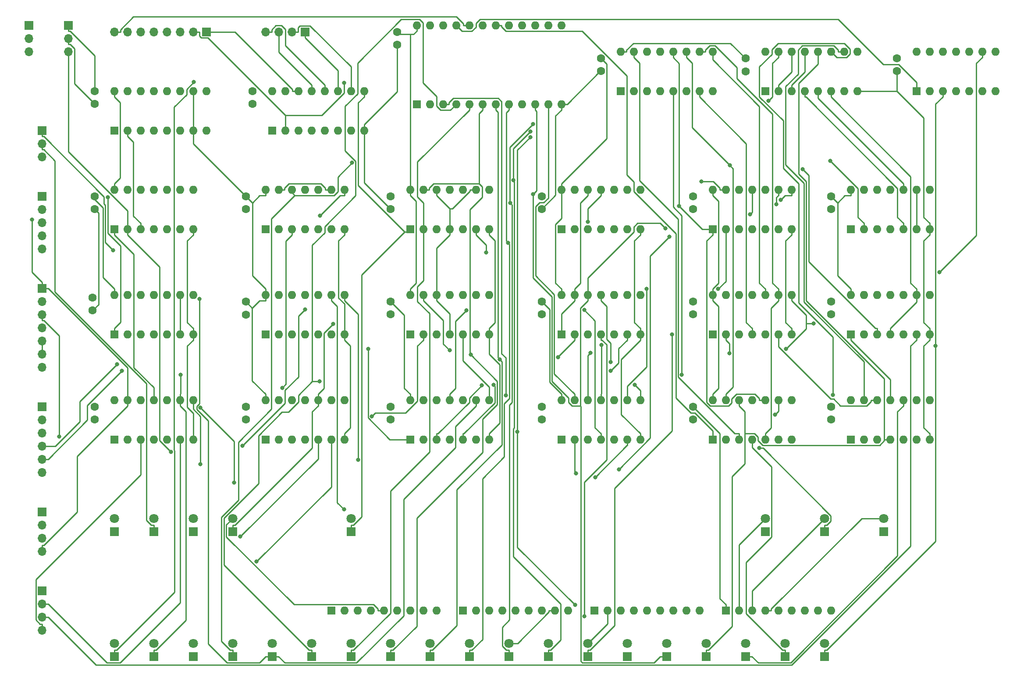
<source format=gbr>
%TF.GenerationSoftware,KiCad,Pcbnew,5.1.6-c6e7f7d~87~ubuntu16.04.1*%
%TF.CreationDate,2021-01-23T14:18:28-05:00*%
%TF.ProjectId,riscy_control,72697363-795f-4636-9f6e-74726f6c2e6b,rev?*%
%TF.SameCoordinates,Original*%
%TF.FileFunction,Copper,L2,Bot*%
%TF.FilePolarity,Positive*%
%FSLAX46Y46*%
G04 Gerber Fmt 4.6, Leading zero omitted, Abs format (unit mm)*
G04 Created by KiCad (PCBNEW 5.1.6-c6e7f7d~87~ubuntu16.04.1) date 2021-01-23 14:18:28*
%MOMM*%
%LPD*%
G01*
G04 APERTURE LIST*
%TA.AperFunction,ComponentPad*%
%ADD10O,1.700000X1.700000*%
%TD*%
%TA.AperFunction,ComponentPad*%
%ADD11R,1.700000X1.700000*%
%TD*%
%TA.AperFunction,ComponentPad*%
%ADD12O,1.600000X1.600000*%
%TD*%
%TA.AperFunction,ComponentPad*%
%ADD13R,1.600000X1.600000*%
%TD*%
%TA.AperFunction,ComponentPad*%
%ADD14C,1.800000*%
%TD*%
%TA.AperFunction,ComponentPad*%
%ADD15R,1.800000X1.800000*%
%TD*%
%TA.AperFunction,ComponentPad*%
%ADD16C,1.600000*%
%TD*%
%TA.AperFunction,ViaPad*%
%ADD17C,0.800000*%
%TD*%
%TA.AperFunction,Conductor*%
%ADD18C,0.250000*%
%TD*%
G04 APERTURE END LIST*
D10*
%TO.P,J9,4*%
%TO.N,reset*%
X11430000Y-106680000D03*
%TO.P,J9,3*%
%TO.N,fpcontrol*%
X11430000Y-104140000D03*
%TO.P,J9,2*%
%TO.N,memwr*%
X11430000Y-101600000D03*
D11*
%TO.P,J9,1*%
%TO.N,memrd*%
X11430000Y-99060000D03*
%TD*%
D12*
%TO.P,U2,24*%
%TO.N,+5V*%
X83820000Y-5080000D03*
%TO.P,U2,12*%
%TO.N,GND*%
X111760000Y-20320000D03*
%TO.P,U2,23*%
%TO.N,Net-(J3-Pad5)*%
X86360000Y-5080000D03*
%TO.P,U2,11*%
%TO.N,op10*%
X109220000Y-20320000D03*
%TO.P,U2,22*%
%TO.N,Net-(J3-Pad6)*%
X88900000Y-5080000D03*
%TO.P,U2,10*%
%TO.N,op_jmpfar*%
X106680000Y-20320000D03*
%TO.P,U2,21*%
%TO.N,Net-(J3-Pad7)*%
X91440000Y-5080000D03*
%TO.P,U2,9*%
%TO.N,Net-(U2-Pad9)*%
X104140000Y-20320000D03*
%TO.P,U2,20*%
%TO.N,Net-(J3-Pad8)*%
X93980000Y-5080000D03*
%TO.P,U2,8*%
%TO.N,op_add*%
X101600000Y-20320000D03*
%TO.P,U2,19*%
%TO.N,running*%
X96520000Y-5080000D03*
%TO.P,U2,7*%
%TO.N,op_nand*%
X99060000Y-20320000D03*
%TO.P,U2,18*%
%TO.N,running*%
X99060000Y-5080000D03*
%TO.P,U2,6*%
%TO.N,op_jalr*%
X96520000Y-20320000D03*
%TO.P,U2,17*%
%TO.N,Net-(U2-Pad17)*%
X101600000Y-5080000D03*
%TO.P,U2,5*%
%TO.N,op_skip*%
X93980000Y-20320000D03*
%TO.P,U2,16*%
%TO.N,Net-(U2-Pad16)*%
X104140000Y-5080000D03*
%TO.P,U2,4*%
%TO.N,op_store*%
X91440000Y-20320000D03*
%TO.P,U2,15*%
%TO.N,Net-(U2-Pad15)*%
X106680000Y-5080000D03*
%TO.P,U2,3*%
%TO.N,op_load*%
X88900000Y-20320000D03*
%TO.P,U2,14*%
%TO.N,Net-(U2-Pad14)*%
X109220000Y-5080000D03*
%TO.P,U2,2*%
%TO.N,op_sub*%
X86360000Y-20320000D03*
%TO.P,U2,13*%
%TO.N,Net-(U2-Pad13)*%
X111760000Y-5080000D03*
D13*
%TO.P,U2,1*%
%TO.N,Net-(U2-Pad1)*%
X83820000Y-20320000D03*
%TD*%
D12*
%TO.P,U24,16*%
%TO.N,+5V*%
X55880000Y-17780000D03*
%TO.P,U24,8*%
%TO.N,GND*%
X73660000Y-25400000D03*
%TO.P,U24,15*%
X58420000Y-17780000D03*
%TO.P,U24,7*%
%TO.N,Net-(U24-Pad7)*%
X71120000Y-25400000D03*
%TO.P,U24,14*%
%TO.N,Net-(J3-Pad1)*%
X60960000Y-17780000D03*
%TO.P,U24,6*%
%TO.N,Net-(U24-Pad6)*%
X68580000Y-25400000D03*
%TO.P,U24,13*%
%TO.N,Net-(J4-Pad3)*%
X63500000Y-17780000D03*
%TO.P,U24,5*%
%TO.N,Net-(U24-Pad5)*%
X66040000Y-25400000D03*
%TO.P,U24,12*%
%TO.N,Net-(J4-Pad4)*%
X66040000Y-17780000D03*
%TO.P,U24,4*%
%TO.N,Net-(U24-Pad4)*%
X63500000Y-25400000D03*
%TO.P,U24,11*%
%TO.N,Net-(J4-Pad1)*%
X68580000Y-17780000D03*
%TO.P,U24,3*%
%TO.N,Net-(U24-Pad3)*%
X60960000Y-25400000D03*
%TO.P,U24,10*%
%TO.N,Net-(J4-Pad2)*%
X71120000Y-17780000D03*
%TO.P,U24,2*%
%TO.N,Net-(J3-Pad2)*%
X58420000Y-25400000D03*
%TO.P,U24,9*%
%TO.N,doskip*%
X73660000Y-17780000D03*
D13*
%TO.P,U24,1*%
%TO.N,Net-(U24-Pad1)*%
X55880000Y-25400000D03*
%TD*%
D12*
%TO.P,U23,14*%
%TO.N,+5V*%
X167640000Y-77470000D03*
%TO.P,U23,7*%
%TO.N,GND*%
X182880000Y-85090000D03*
%TO.P,U23,13*%
%TO.N,op_stackpage*%
X170180000Y-77470000D03*
%TO.P,U23,6*%
%TO.N,Net-(U16-Pad2)*%
X180340000Y-85090000D03*
%TO.P,U23,12*%
%TO.N,Net-(U16-Pad6)*%
X172720000Y-77470000D03*
%TO.P,U23,5*%
%TO.N,op_store*%
X177800000Y-85090000D03*
%TO.P,U23,11*%
%TO.N,Net-(U17-Pad1)*%
X175260000Y-77470000D03*
%TO.P,U23,4*%
%TO.N,op_push*%
X175260000Y-85090000D03*
%TO.P,U23,10*%
%TO.N,op_pop*%
X177800000Y-77470000D03*
%TO.P,U23,3*%
%TO.N,N/C*%
X172720000Y-85090000D03*
%TO.P,U23,9*%
%TO.N,Net-(U20-Pad3)*%
X180340000Y-77470000D03*
%TO.P,U23,2*%
%TO.N,N/C*%
X170180000Y-85090000D03*
%TO.P,U23,8*%
%TO.N,Net-(U14-Pad13)*%
X182880000Y-77470000D03*
D13*
%TO.P,U23,1*%
%TO.N,N/C*%
X167640000Y-85090000D03*
%TD*%
D12*
%TO.P,U22,14*%
%TO.N,+5V*%
X140970000Y-77470000D03*
%TO.P,U22,7*%
%TO.N,GND*%
X156210000Y-85090000D03*
%TO.P,U22,13*%
%TO.N,cycle_de*%
X143510000Y-77470000D03*
%TO.P,U22,6*%
%TO.N,spageclk*%
X153670000Y-85090000D03*
%TO.P,U22,12*%
%TO.N,op_push*%
X146050000Y-77470000D03*
%TO.P,U22,5*%
%TO.N,cycle_ex*%
X151130000Y-85090000D03*
%TO.P,U22,11*%
%TO.N,Net-(U20-Pad4)*%
X148590000Y-77470000D03*
%TO.P,U22,4*%
%TO.N,op_stackpage*%
X148590000Y-85090000D03*
%TO.P,U22,10*%
%TO.N,IRclk*%
X151130000Y-77470000D03*
%TO.P,U22,3*%
%TO.N,Net-(U22-Pad3)*%
X146050000Y-85090000D03*
%TO.P,U22,9*%
%TO.N,not_fpcontrol*%
X153670000Y-77470000D03*
%TO.P,U22,2*%
X143510000Y-85090000D03*
%TO.P,U22,8*%
%TO.N,PCaddr*%
X156210000Y-77470000D03*
D13*
%TO.P,U22,1*%
%TO.N,running*%
X140970000Y-85090000D03*
%TD*%
D12*
%TO.P,U21,14*%
%TO.N,+5V*%
X111760000Y-77470000D03*
%TO.P,U21,7*%
%TO.N,GND*%
X127000000Y-85090000D03*
%TO.P,U21,13*%
%TO.N,op10*%
X114300000Y-77470000D03*
%TO.P,U21,6*%
%TO.N,memwr*%
X124460000Y-85090000D03*
%TO.P,U21,12*%
%TO.N,cycle_ex_3*%
X116840000Y-77470000D03*
%TO.P,U21,5*%
%TO.N,CLK*%
X121920000Y-85090000D03*
%TO.P,U21,11*%
%TO.N,SPaddr*%
X119380000Y-77470000D03*
%TO.P,U21,4*%
%TO.N,Net-(U14-Pad8)*%
X119380000Y-85090000D03*
%TO.P,U21,10*%
%TO.N,op_pop*%
X121920000Y-77470000D03*
%TO.P,U21,3*%
%TO.N,Rrsaddr*%
X116840000Y-85090000D03*
%TO.P,U21,9*%
%TO.N,cycle_3*%
X124460000Y-77470000D03*
%TO.P,U21,2*%
%TO.N,Net-(U21-Pad2)*%
X114300000Y-85090000D03*
%TO.P,U21,8*%
%TO.N,Net-(U20-Pad5)*%
X127000000Y-77470000D03*
D13*
%TO.P,U21,1*%
%TO.N,not_fpcontrol*%
X111760000Y-85090000D03*
%TD*%
D12*
%TO.P,U20,14*%
%TO.N,+5V*%
X82550000Y-77470000D03*
%TO.P,U20,7*%
%TO.N,GND*%
X97790000Y-85090000D03*
%TO.P,U20,13*%
%TO.N,op_push*%
X85090000Y-77470000D03*
%TO.P,U20,6*%
%TO.N,SPclk*%
X95250000Y-85090000D03*
%TO.P,U20,12*%
%TO.N,op_store*%
X87630000Y-77470000D03*
%TO.P,U20,5*%
%TO.N,Net-(U20-Pad5)*%
X92710000Y-85090000D03*
%TO.P,U20,11*%
%TO.N,Net-(U14-Pad9)*%
X90170000Y-77470000D03*
%TO.P,U20,4*%
%TO.N,Net-(U20-Pad4)*%
X90170000Y-85090000D03*
%TO.P,U20,10*%
%TO.N,op_pop*%
X92710000Y-77470000D03*
%TO.P,U20,3*%
%TO.N,Net-(U20-Pad3)*%
X87630000Y-85090000D03*
%TO.P,U20,9*%
%TO.N,op_load*%
X95250000Y-77470000D03*
%TO.P,U20,2*%
%TO.N,op_in*%
X85090000Y-85090000D03*
%TO.P,U20,8*%
%TO.N,Net-(U14-Pad5)*%
X97790000Y-77470000D03*
D13*
%TO.P,U20,1*%
%TO.N,Net-(U12-Pad11)*%
X82550000Y-85090000D03*
%TD*%
D12*
%TO.P,U19,14*%
%TO.N,+5V*%
X54610000Y-77470000D03*
%TO.P,U19,7*%
%TO.N,GND*%
X69850000Y-85090000D03*
%TO.P,U19,13*%
%TO.N,N/C*%
X57150000Y-77470000D03*
%TO.P,U19,6*%
%TO.N,inwb*%
X67310000Y-85090000D03*
%TO.P,U19,12*%
%TO.N,N/C*%
X59690000Y-77470000D03*
%TO.P,U19,5*%
%TO.N,cycle_ex*%
X64770000Y-85090000D03*
%TO.P,U19,11*%
%TO.N,N/C*%
X62230000Y-77470000D03*
%TO.P,U19,4*%
%TO.N,op_in*%
X62230000Y-85090000D03*
%TO.P,U19,10*%
%TO.N,cycle_3*%
X64770000Y-77470000D03*
%TO.P,U19,3*%
%TO.N,N/C*%
X59690000Y-85090000D03*
%TO.P,U19,9*%
%TO.N,op_in*%
X67310000Y-77470000D03*
%TO.P,U19,2*%
%TO.N,N/C*%
X57150000Y-85090000D03*
%TO.P,U19,8*%
%TO.N,Net-(U18-Pad4)*%
X69850000Y-77470000D03*
D13*
%TO.P,U19,1*%
%TO.N,N/C*%
X54610000Y-85090000D03*
%TD*%
D12*
%TO.P,U18,14*%
%TO.N,+5V*%
X25400000Y-77470000D03*
%TO.P,U18,7*%
%TO.N,GND*%
X40640000Y-85090000D03*
%TO.P,U18,13*%
%TO.N,reset*%
X27940000Y-77470000D03*
%TO.P,U18,6*%
%TO.N,inclr*%
X38100000Y-85090000D03*
%TO.P,U18,12*%
%TO.N,running*%
X30480000Y-77470000D03*
%TO.P,U18,5*%
%TO.N,Net-(U18-Pad4)*%
X35560000Y-85090000D03*
%TO.P,U18,11*%
%TO.N,halted*%
X33020000Y-77470000D03*
%TO.P,U18,4*%
%TO.N,Net-(U18-Pad4)*%
X33020000Y-85090000D03*
%TO.P,U18,10*%
%TO.N,halted*%
X35560000Y-77470000D03*
%TO.P,U18,3*%
%TO.N,out3*%
X30480000Y-85090000D03*
%TO.P,U18,9*%
%TO.N,op_halt*%
X38100000Y-77470000D03*
%TO.P,U18,2*%
%TO.N,Net-(U17-Pad8)*%
X27940000Y-85090000D03*
%TO.P,U18,8*%
%TO.N,running*%
X40640000Y-77470000D03*
D13*
%TO.P,U18,1*%
%TO.N,Net-(U17-Pad8)*%
X25400000Y-85090000D03*
%TD*%
D12*
%TO.P,U17,14*%
%TO.N,+5V*%
X167640000Y-57150000D03*
%TO.P,U17,7*%
%TO.N,GND*%
X182880000Y-64770000D03*
%TO.P,U17,13*%
%TO.N,N/C*%
X170180000Y-57150000D03*
%TO.P,U17,6*%
%TO.N,outwb*%
X180340000Y-64770000D03*
%TO.P,U17,12*%
%TO.N,N/C*%
X172720000Y-57150000D03*
%TO.P,U17,5*%
%TO.N,cycle_ex*%
X177800000Y-64770000D03*
%TO.P,U17,11*%
%TO.N,N/C*%
X175260000Y-57150000D03*
%TO.P,U17,4*%
%TO.N,op_out*%
X175260000Y-64770000D03*
%TO.P,U17,10*%
%TO.N,cycle_3*%
X177800000Y-57150000D03*
%TO.P,U17,3*%
%TO.N,rdwb*%
X172720000Y-64770000D03*
%TO.P,U17,9*%
%TO.N,op_out*%
X180340000Y-57150000D03*
%TO.P,U17,2*%
%TO.N,cycle_ex_3*%
X170180000Y-64770000D03*
%TO.P,U17,8*%
%TO.N,Net-(U17-Pad8)*%
X182880000Y-57150000D03*
D13*
%TO.P,U17,1*%
%TO.N,Net-(U17-Pad1)*%
X167640000Y-64770000D03*
%TD*%
D12*
%TO.P,U16,14*%
%TO.N,+5V*%
X140970000Y-57150000D03*
%TO.P,U16,7*%
%TO.N,GND*%
X156210000Y-64770000D03*
%TO.P,U16,13*%
%TO.N,N/C*%
X143510000Y-57150000D03*
%TO.P,U16,6*%
%TO.N,Net-(U16-Pad6)*%
X153670000Y-64770000D03*
%TO.P,U16,12*%
%TO.N,N/C*%
X146050000Y-57150000D03*
%TO.P,U16,5*%
%TO.N,Net-(U16-Pad3)*%
X151130000Y-64770000D03*
%TO.P,U16,11*%
%TO.N,N/C*%
X148590000Y-57150000D03*
%TO.P,U16,4*%
%TO.N,op_page*%
X148590000Y-64770000D03*
%TO.P,U16,10*%
%TO.N,cycle_3*%
X151130000Y-57150000D03*
%TO.P,U16,3*%
%TO.N,Net-(U16-Pad3)*%
X146050000Y-64770000D03*
%TO.P,U16,9*%
%TO.N,cycle_ex*%
X153670000Y-57150000D03*
%TO.P,U16,2*%
%TO.N,Net-(U16-Pad2)*%
X143510000Y-64770000D03*
%TO.P,U16,8*%
%TO.N,cycle_ex_3*%
X156210000Y-57150000D03*
D13*
%TO.P,U16,1*%
%TO.N,op_out*%
X140970000Y-64770000D03*
%TD*%
D12*
%TO.P,U15,14*%
%TO.N,+5V*%
X111760000Y-57150000D03*
%TO.P,U15,7*%
%TO.N,GND*%
X127000000Y-64770000D03*
%TO.P,U15,13*%
%TO.N,cycle_ex*%
X114300000Y-57150000D03*
%TO.P,U15,6*%
%TO.N,dpageclk*%
X124460000Y-64770000D03*
%TO.P,U15,12*%
%TO.N,op_jmpfar*%
X116840000Y-57150000D03*
%TO.P,U15,5*%
%TO.N,cycle_ex*%
X121920000Y-64770000D03*
%TO.P,U15,11*%
%TO.N,ipageclk*%
X119380000Y-57150000D03*
%TO.P,U15,4*%
%TO.N,op_page*%
X119380000Y-64770000D03*
%TO.P,U15,10*%
%TO.N,N/C*%
X121920000Y-57150000D03*
%TO.P,U15,3*%
%TO.N,nandwb*%
X116840000Y-64770000D03*
%TO.P,U15,9*%
%TO.N,N/C*%
X124460000Y-57150000D03*
%TO.P,U15,2*%
%TO.N,op_nand*%
X114300000Y-64770000D03*
%TO.P,U15,8*%
%TO.N,N/C*%
X127000000Y-57150000D03*
D13*
%TO.P,U15,1*%
%TO.N,cycle_ex*%
X111760000Y-64770000D03*
%TD*%
D12*
%TO.P,U14,14*%
%TO.N,+5V*%
X82550000Y-57150000D03*
%TO.P,U14,7*%
%TO.N,GND*%
X97790000Y-64770000D03*
%TO.P,U14,13*%
%TO.N,Net-(U14-Pad13)*%
X85090000Y-57150000D03*
%TO.P,U14,6*%
%TO.N,Net-(U14-Pad6)*%
X95250000Y-64770000D03*
%TO.P,U14,12*%
%TO.N,cycle_ex*%
X87630000Y-57150000D03*
%TO.P,U14,5*%
%TO.N,Net-(U14-Pad5)*%
X92710000Y-64770000D03*
%TO.P,U14,11*%
%TO.N,regclk*%
X90170000Y-57150000D03*
%TO.P,U14,4*%
%TO.N,cycle_ex*%
X90170000Y-64770000D03*
%TO.P,U14,10*%
%TO.N,cycle_3*%
X92710000Y-57150000D03*
%TO.P,U14,3*%
%TO.N,sliwb*%
X87630000Y-64770000D03*
%TO.P,U14,9*%
%TO.N,Net-(U14-Pad9)*%
X95250000Y-57150000D03*
%TO.P,U14,2*%
%TO.N,cycle_ex*%
X85090000Y-64770000D03*
%TO.P,U14,8*%
%TO.N,Net-(U14-Pad8)*%
X97790000Y-57150000D03*
D13*
%TO.P,U14,1*%
%TO.N,op_sli*%
X82550000Y-64770000D03*
%TD*%
D12*
%TO.P,U13,14*%
%TO.N,+5V*%
X54610000Y-57150000D03*
%TO.P,U13,7*%
%TO.N,GND*%
X69850000Y-64770000D03*
%TO.P,U13,13*%
%TO.N,N/C*%
X57150000Y-57150000D03*
%TO.P,U13,6*%
X67310000Y-64770000D03*
%TO.P,U13,12*%
X59690000Y-57150000D03*
%TO.P,U13,5*%
X64770000Y-64770000D03*
%TO.P,U13,11*%
X62230000Y-57150000D03*
%TO.P,U13,4*%
X62230000Y-64770000D03*
%TO.P,U13,10*%
%TO.N,fpcontrol*%
X64770000Y-57150000D03*
%TO.P,U13,3*%
%TO.N,N/C*%
X59690000Y-64770000D03*
%TO.P,U13,9*%
%TO.N,fpcontrol*%
X67310000Y-57150000D03*
%TO.P,U13,2*%
%TO.N,N/C*%
X57150000Y-64770000D03*
%TO.P,U13,8*%
%TO.N,not_fpcontrol*%
X69850000Y-57150000D03*
D13*
%TO.P,U13,1*%
%TO.N,N/C*%
X54610000Y-64770000D03*
%TD*%
D12*
%TO.P,U12,14*%
%TO.N,+5V*%
X25400000Y-57150000D03*
%TO.P,U12,7*%
%TO.N,GND*%
X40640000Y-64770000D03*
%TO.P,U12,13*%
%TO.N,op_nand*%
X27940000Y-57150000D03*
%TO.P,U12,6*%
%TO.N,Net-(U12-Pad6)*%
X38100000Y-64770000D03*
%TO.P,U12,12*%
%TO.N,Net-(U12-Pad12)*%
X30480000Y-57150000D03*
%TO.P,U12,5*%
%TO.N,op_sli*%
X35560000Y-64770000D03*
%TO.P,U12,11*%
%TO.N,Net-(U12-Pad11)*%
X33020000Y-57150000D03*
%TO.P,U12,4*%
%TO.N,Net-(U12-Pad3)*%
X33020000Y-64770000D03*
%TO.P,U12,10*%
%TO.N,op_load*%
X35560000Y-57150000D03*
%TO.P,U12,3*%
%TO.N,Net-(U12-Pad3)*%
X30480000Y-64770000D03*
%TO.P,U12,9*%
%TO.N,Net-(U12-Pad6)*%
X38100000Y-57150000D03*
%TO.P,U12,2*%
%TO.N,op_jalr*%
X27940000Y-64770000D03*
%TO.P,U12,8*%
%TO.N,Net-(U12-Pad12)*%
X40640000Y-57150000D03*
D13*
%TO.P,U12,1*%
%TO.N,Net-(U11-Pad11)*%
X25400000Y-64770000D03*
%TD*%
D12*
%TO.P,U11,14*%
%TO.N,+5V*%
X167640000Y-36830000D03*
%TO.P,U11,7*%
%TO.N,GND*%
X182880000Y-44450000D03*
%TO.P,U11,13*%
%TO.N,op_jmpfar*%
X170180000Y-36830000D03*
%TO.P,U11,6*%
%TO.N,Net-(U11-Pad6)*%
X180340000Y-44450000D03*
%TO.P,U11,12*%
%TO.N,Net-(U11-Pad12)*%
X172720000Y-36830000D03*
%TO.P,U11,5*%
%TO.N,op_inc*%
X177800000Y-44450000D03*
%TO.P,U11,11*%
%TO.N,Net-(U11-Pad11)*%
X175260000Y-36830000D03*
%TO.P,U11,4*%
%TO.N,Net-(U11-Pad3)*%
X175260000Y-44450000D03*
%TO.P,U11,10*%
%TO.N,op_dec*%
X177800000Y-36830000D03*
%TO.P,U11,3*%
%TO.N,Net-(U11-Pad3)*%
X172720000Y-44450000D03*
%TO.P,U11,9*%
%TO.N,Net-(U11-Pad6)*%
X180340000Y-36830000D03*
%TO.P,U11,2*%
%TO.N,op_sub*%
X170180000Y-44450000D03*
%TO.P,U11,8*%
%TO.N,Net-(U11-Pad12)*%
X182880000Y-36830000D03*
D13*
%TO.P,U11,1*%
%TO.N,op_add*%
X167640000Y-44450000D03*
%TD*%
%TO.P,U10,1*%
%TO.N,IRclk*%
X54610000Y-44450000D03*
D12*
%TO.P,U10,8*%
%TO.N,incdec*%
X69850000Y-36830000D03*
%TO.P,U10,2*%
%TO.N,Net-(U10-Pad2)*%
X57150000Y-44450000D03*
%TO.P,U10,9*%
%TO.N,op_inc*%
X67310000Y-36830000D03*
%TO.P,U10,3*%
%TO.N,PCclk*%
X59690000Y-44450000D03*
%TO.P,U10,10*%
%TO.N,op_dec*%
X64770000Y-36830000D03*
%TO.P,U10,4*%
%TO.N,N/C*%
X62230000Y-44450000D03*
%TO.P,U10,11*%
%TO.N,addsub*%
X62230000Y-36830000D03*
%TO.P,U10,5*%
%TO.N,N/C*%
X64770000Y-44450000D03*
%TO.P,U10,12*%
%TO.N,op_sub*%
X59690000Y-36830000D03*
%TO.P,U10,6*%
%TO.N,N/C*%
X67310000Y-44450000D03*
%TO.P,U10,13*%
%TO.N,op_inc*%
X57150000Y-36830000D03*
%TO.P,U10,7*%
%TO.N,GND*%
X69850000Y-44450000D03*
%TO.P,U10,14*%
%TO.N,+5V*%
X54610000Y-36830000D03*
%TD*%
D13*
%TO.P,U9,1*%
%TO.N,IRclk*%
X140970000Y-44450000D03*
D12*
%TO.P,U9,8*%
%TO.N,Net-(U10-Pad2)*%
X156210000Y-36830000D03*
%TO.P,U9,2*%
%TO.N,Net-(U14-Pad6)*%
X143510000Y-44450000D03*
%TO.P,U9,9*%
%TO.N,Net-(U7-Pad6)*%
X153670000Y-36830000D03*
%TO.P,U9,3*%
%TO.N,memrd*%
X146050000Y-44450000D03*
%TO.P,U9,10*%
%TO.N,PCload*%
X151130000Y-36830000D03*
%TO.P,U9,4*%
%TO.N,N/C*%
X148590000Y-44450000D03*
%TO.P,U9,11*%
%TO.N,PCload*%
X148590000Y-36830000D03*
%TO.P,U9,5*%
%TO.N,N/C*%
X151130000Y-44450000D03*
%TO.P,U9,12*%
%TO.N,Net-(U7-Pad8)*%
X146050000Y-36830000D03*
%TO.P,U9,6*%
%TO.N,N/C*%
X153670000Y-44450000D03*
%TO.P,U9,13*%
%TO.N,Net-(U7-Pad11)*%
X143510000Y-36830000D03*
%TO.P,U9,7*%
%TO.N,GND*%
X156210000Y-44450000D03*
%TO.P,U9,14*%
%TO.N,+5V*%
X140970000Y-36830000D03*
%TD*%
D13*
%TO.P,U8,1*%
%TO.N,N/C*%
X111760000Y-44450000D03*
D12*
%TO.P,U8,8*%
X127000000Y-36830000D03*
%TO.P,U8,2*%
X114300000Y-44450000D03*
%TO.P,U8,9*%
X124460000Y-36830000D03*
%TO.P,U8,3*%
X116840000Y-44450000D03*
%TO.P,U8,10*%
X121920000Y-36830000D03*
%TO.P,U8,4*%
X119380000Y-44450000D03*
%TO.P,U8,11*%
%TO.N,addwb*%
X119380000Y-36830000D03*
%TO.P,U8,5*%
%TO.N,N/C*%
X121920000Y-44450000D03*
%TO.P,U8,12*%
%TO.N,cycle_ex*%
X116840000Y-36830000D03*
%TO.P,U8,6*%
%TO.N,N/C*%
X124460000Y-44450000D03*
%TO.P,U8,13*%
%TO.N,Net-(U11-Pad12)*%
X114300000Y-36830000D03*
%TO.P,U8,7*%
%TO.N,GND*%
X127000000Y-44450000D03*
%TO.P,U8,14*%
%TO.N,+5V*%
X111760000Y-36830000D03*
%TD*%
D13*
%TO.P,U7,1*%
%TO.N,doskip*%
X82550000Y-44450000D03*
D12*
%TO.P,U7,8*%
%TO.N,Net-(U7-Pad8)*%
X97790000Y-36830000D03*
%TO.P,U7,2*%
%TO.N,op_skip*%
X85090000Y-44450000D03*
%TO.P,U7,9*%
%TO.N,cycle_ex*%
X95250000Y-36830000D03*
%TO.P,U7,3*%
%TO.N,Net-(U7-Pad3)*%
X87630000Y-44450000D03*
%TO.P,U7,10*%
%TO.N,op_jmpfar*%
X92710000Y-36830000D03*
%TO.P,U7,4*%
%TO.N,cycle_ex*%
X90170000Y-44450000D03*
%TO.P,U7,11*%
%TO.N,Net-(U7-Pad11)*%
X90170000Y-36830000D03*
%TO.P,U7,5*%
%TO.N,Net-(U7-Pad3)*%
X92710000Y-44450000D03*
%TO.P,U7,12*%
%TO.N,cycle_ex*%
X87630000Y-36830000D03*
%TO.P,U7,6*%
%TO.N,Net-(U7-Pad6)*%
X95250000Y-44450000D03*
%TO.P,U7,13*%
%TO.N,op_jalr*%
X85090000Y-36830000D03*
%TO.P,U7,7*%
%TO.N,GND*%
X97790000Y-44450000D03*
%TO.P,U7,14*%
%TO.N,+5V*%
X82550000Y-36830000D03*
%TD*%
%TO.P,U6,14*%
%TO.N,+5V*%
X25400000Y-36830000D03*
%TO.P,U6,7*%
%TO.N,GND*%
X40640000Y-44450000D03*
%TO.P,U6,13*%
%TO.N,N/C*%
X27940000Y-36830000D03*
%TO.P,U6,6*%
X38100000Y-44450000D03*
%TO.P,U6,12*%
X30480000Y-36830000D03*
%TO.P,U6,5*%
X35560000Y-44450000D03*
%TO.P,U6,11*%
X33020000Y-36830000D03*
%TO.P,U6,4*%
X33020000Y-44450000D03*
%TO.P,U6,10*%
X35560000Y-36830000D03*
%TO.P,U6,3*%
%TO.N,Net-(U1-Pad2)*%
X30480000Y-44450000D03*
%TO.P,U6,9*%
%TO.N,N/C*%
X38100000Y-36830000D03*
%TO.P,U6,2*%
%TO.N,CLK*%
X27940000Y-44450000D03*
%TO.P,U6,8*%
%TO.N,N/C*%
X40640000Y-36830000D03*
D13*
%TO.P,U6,1*%
%TO.N,halted*%
X25400000Y-44450000D03*
%TD*%
D12*
%TO.P,U5,16*%
%TO.N,+5V*%
X151130000Y-10160000D03*
%TO.P,U5,8*%
%TO.N,GND*%
X168910000Y-17780000D03*
%TO.P,U5,15*%
%TO.N,op10*%
X153670000Y-10160000D03*
%TO.P,U5,7*%
%TO.N,op_in*%
X166370000Y-17780000D03*
%TO.P,U5,14*%
%TO.N,Net-(J3-Pad1)*%
X156210000Y-10160000D03*
%TO.P,U5,6*%
%TO.N,op_out*%
X163830000Y-17780000D03*
%TO.P,U5,13*%
%TO.N,Net-(J3-Pad2)*%
X158750000Y-10160000D03*
%TO.P,U5,5*%
%TO.N,op_dec*%
X161290000Y-17780000D03*
%TO.P,U5,12*%
%TO.N,op_push*%
X161290000Y-10160000D03*
%TO.P,U5,4*%
%TO.N,op_inc*%
X158750000Y-17780000D03*
%TO.P,U5,11*%
%TO.N,op_pop*%
X163830000Y-10160000D03*
%TO.P,U5,3*%
%TO.N,Net-(J3-Pad2)*%
X156210000Y-17780000D03*
%TO.P,U5,10*%
%TO.N,op_stackpage*%
X166370000Y-10160000D03*
%TO.P,U5,2*%
%TO.N,Net-(J3-Pad1)*%
X153670000Y-17780000D03*
%TO.P,U5,9*%
%TO.N,Net-(U5-Pad9)*%
X168910000Y-10160000D03*
D13*
%TO.P,U5,1*%
%TO.N,Net-(U2-Pad9)*%
X151130000Y-17780000D03*
%TD*%
D12*
%TO.P,U4,14*%
%TO.N,+5V*%
X180340000Y-10160000D03*
%TO.P,U4,7*%
%TO.N,GND*%
X195580000Y-17780000D03*
%TO.P,U4,13*%
%TO.N,N/C*%
X182880000Y-10160000D03*
%TO.P,U4,6*%
X193040000Y-17780000D03*
%TO.P,U4,12*%
X185420000Y-10160000D03*
%TO.P,U4,5*%
X190500000Y-17780000D03*
%TO.P,U4,11*%
X187960000Y-10160000D03*
%TO.P,U4,4*%
X187960000Y-17780000D03*
%TO.P,U4,10*%
%TO.N,IRclk*%
X190500000Y-10160000D03*
%TO.P,U4,3*%
%TO.N,op_sli*%
X185420000Y-17780000D03*
%TO.P,U4,9*%
%TO.N,SPaddr*%
X193040000Y-10160000D03*
%TO.P,U4,2*%
%TO.N,Net-(J3-Pad8)*%
X182880000Y-17780000D03*
%TO.P,U4,8*%
%TO.N,Net-(U21-Pad2)*%
X195580000Y-10160000D03*
D13*
%TO.P,U4,1*%
%TO.N,Net-(J3-Pad7)*%
X180340000Y-17780000D03*
%TD*%
D12*
%TO.P,U3,16*%
%TO.N,+5V*%
X123190000Y-10160000D03*
%TO.P,U3,8*%
%TO.N,GND*%
X140970000Y-17780000D03*
%TO.P,U3,15*%
%TO.N,Net-(U22-Pad3)*%
X125730000Y-10160000D03*
%TO.P,U3,7*%
%TO.N,op_page*%
X138430000Y-17780000D03*
%TO.P,U3,14*%
%TO.N,Net-(U1-Pad14)*%
X128270000Y-10160000D03*
%TO.P,U3,6*%
%TO.N,Net-(U3-Pad6)*%
X135890000Y-17780000D03*
%TO.P,U3,13*%
%TO.N,Net-(U1-Pad13)*%
X130810000Y-10160000D03*
%TO.P,U3,5*%
%TO.N,op_halt*%
X133350000Y-17780000D03*
%TO.P,U3,12*%
%TO.N,IRclk*%
X133350000Y-10160000D03*
%TO.P,U3,4*%
%TO.N,op_nop*%
X130810000Y-17780000D03*
%TO.P,U3,11*%
%TO.N,cycle_de*%
X135890000Y-10160000D03*
%TO.P,U3,3*%
%TO.N,Net-(J3-Pad2)*%
X128270000Y-17780000D03*
%TO.P,U3,10*%
%TO.N,cycle_ex*%
X138430000Y-10160000D03*
%TO.P,U3,2*%
%TO.N,Net-(J3-Pad1)*%
X125730000Y-17780000D03*
%TO.P,U3,9*%
%TO.N,cycle_3*%
X140970000Y-10160000D03*
D13*
%TO.P,U3,1*%
%TO.N,Net-(U2-Pad1)*%
X123190000Y-17780000D03*
%TD*%
D12*
%TO.P,U1,16*%
%TO.N,+5V*%
X25400000Y-17780000D03*
%TO.P,U1,8*%
%TO.N,GND*%
X43180000Y-25400000D03*
%TO.P,U1,15*%
%TO.N,Net-(U1-Pad15)*%
X27940000Y-17780000D03*
%TO.P,U1,7*%
%TO.N,+5V*%
X40640000Y-25400000D03*
%TO.P,U1,14*%
%TO.N,Net-(U1-Pad14)*%
X30480000Y-17780000D03*
%TO.P,U1,6*%
%TO.N,Net-(U1-Pad6)*%
X38100000Y-25400000D03*
%TO.P,U1,13*%
%TO.N,Net-(U1-Pad13)*%
X33020000Y-17780000D03*
%TO.P,U1,5*%
%TO.N,Net-(U1-Pad5)*%
X35560000Y-25400000D03*
%TO.P,U1,12*%
%TO.N,Net-(U1-Pad12)*%
X35560000Y-17780000D03*
%TO.P,U1,4*%
%TO.N,Net-(U1-Pad4)*%
X33020000Y-25400000D03*
%TO.P,U1,11*%
%TO.N,Net-(U1-Pad11)*%
X38100000Y-17780000D03*
%TO.P,U1,3*%
%TO.N,Net-(U1-Pad3)*%
X30480000Y-25400000D03*
%TO.P,U1,10*%
%TO.N,+5V*%
X40640000Y-17780000D03*
%TO.P,U1,2*%
%TO.N,Net-(U1-Pad2)*%
X27940000Y-25400000D03*
%TO.P,U1,9*%
%TO.N,+5V*%
X43180000Y-17780000D03*
D13*
%TO.P,U1,1*%
%TO.N,reset*%
X25400000Y-25400000D03*
%TD*%
D12*
%TO.P,RN4,9*%
%TO.N,Net-(RN4-Pad9)*%
X163830000Y-118110000D03*
%TO.P,RN4,8*%
%TO.N,Net-(RN4-Pad8)*%
X161290000Y-118110000D03*
%TO.P,RN4,7*%
%TO.N,Net-(RN4-Pad7)*%
X158750000Y-118110000D03*
%TO.P,RN4,6*%
%TO.N,Net-(RN4-Pad6)*%
X156210000Y-118110000D03*
%TO.P,RN4,5*%
%TO.N,Net-(D27-Pad2)*%
X153670000Y-118110000D03*
%TO.P,RN4,4*%
%TO.N,Net-(D26-Pad2)*%
X151130000Y-118110000D03*
%TO.P,RN4,3*%
%TO.N,Net-(D25-Pad2)*%
X148590000Y-118110000D03*
%TO.P,RN4,2*%
%TO.N,Net-(D24-Pad2)*%
X146050000Y-118110000D03*
D13*
%TO.P,RN4,1*%
%TO.N,+5V*%
X143510000Y-118110000D03*
%TD*%
D12*
%TO.P,RN3,9*%
%TO.N,Net-(RN3-Pad9)*%
X138430000Y-118110000D03*
%TO.P,RN3,8*%
%TO.N,Net-(D23-Pad2)*%
X135890000Y-118110000D03*
%TO.P,RN3,7*%
%TO.N,Net-(D22-Pad2)*%
X133350000Y-118110000D03*
%TO.P,RN3,6*%
%TO.N,Net-(D21-Pad2)*%
X130810000Y-118110000D03*
%TO.P,RN3,5*%
%TO.N,Net-(D20-Pad2)*%
X128270000Y-118110000D03*
%TO.P,RN3,4*%
%TO.N,Net-(D19-Pad2)*%
X125730000Y-118110000D03*
%TO.P,RN3,3*%
%TO.N,Net-(D18-Pad2)*%
X123190000Y-118110000D03*
%TO.P,RN3,2*%
%TO.N,Net-(D17-Pad2)*%
X120650000Y-118110000D03*
D13*
%TO.P,RN3,1*%
%TO.N,+5V*%
X118110000Y-118110000D03*
%TD*%
D12*
%TO.P,RN2,9*%
%TO.N,Net-(D16-Pad2)*%
X113030000Y-118110000D03*
%TO.P,RN2,8*%
%TO.N,Net-(D15-Pad2)*%
X110490000Y-118110000D03*
%TO.P,RN2,7*%
%TO.N,Net-(D14-Pad2)*%
X107950000Y-118110000D03*
%TO.P,RN2,6*%
%TO.N,Net-(D13-Pad2)*%
X105410000Y-118110000D03*
%TO.P,RN2,5*%
%TO.N,Net-(D12-Pad2)*%
X102870000Y-118110000D03*
%TO.P,RN2,4*%
%TO.N,Net-(D11-Pad2)*%
X100330000Y-118110000D03*
%TO.P,RN2,3*%
%TO.N,Net-(D10-Pad2)*%
X97790000Y-118110000D03*
%TO.P,RN2,2*%
%TO.N,Net-(D9-Pad2)*%
X95250000Y-118110000D03*
D13*
%TO.P,RN2,1*%
%TO.N,+5V*%
X92710000Y-118110000D03*
%TD*%
D12*
%TO.P,RN1,9*%
%TO.N,Net-(D8-Pad2)*%
X87630000Y-118110000D03*
%TO.P,RN1,8*%
%TO.N,Net-(D7-Pad2)*%
X85090000Y-118110000D03*
%TO.P,RN1,7*%
%TO.N,Net-(D6-Pad2)*%
X82550000Y-118110000D03*
%TO.P,RN1,6*%
%TO.N,Net-(D5-Pad2)*%
X80010000Y-118110000D03*
%TO.P,RN1,5*%
%TO.N,Net-(D4-Pad2)*%
X77470000Y-118110000D03*
%TO.P,RN1,4*%
%TO.N,Net-(D3-Pad2)*%
X74930000Y-118110000D03*
%TO.P,RN1,3*%
%TO.N,Net-(D2-Pad2)*%
X72390000Y-118110000D03*
%TO.P,RN1,2*%
%TO.N,Net-(D1-Pad2)*%
X69850000Y-118110000D03*
D13*
%TO.P,RN1,1*%
%TO.N,+5V*%
X67310000Y-118110000D03*
%TD*%
D10*
%TO.P,J10,4*%
%TO.N,out3*%
X11430000Y-121920000D03*
%TO.P,J10,3*%
%TO.N,outwb*%
X11430000Y-119380000D03*
%TO.P,J10,2*%
%TO.N,inclr*%
X11430000Y-116840000D03*
D11*
%TO.P,J10,1*%
%TO.N,inwb*%
X11430000Y-114300000D03*
%TD*%
D10*
%TO.P,J8,6*%
%TO.N,spageclk*%
X11430000Y-91440000D03*
%TO.P,J8,5*%
%TO.N,dpageclk*%
X11430000Y-88900000D03*
%TO.P,J8,4*%
%TO.N,ipageclk*%
X11430000Y-86360000D03*
%TO.P,J8,3*%
%TO.N,IRclk*%
X11430000Y-83820000D03*
%TO.P,J8,2*%
%TO.N,SPclk*%
X11430000Y-81280000D03*
D11*
%TO.P,J8,1*%
%TO.N,PCclk*%
X11430000Y-78740000D03*
%TD*%
D10*
%TO.P,J7,7*%
%TO.N,op_push*%
X11430000Y-71120000D03*
%TO.P,J7,6*%
%TO.N,PCload*%
X11430000Y-68580000D03*
%TO.P,J7,5*%
X11430000Y-66040000D03*
%TO.P,J7,4*%
%TO.N,SPaddr*%
X11430000Y-63500000D03*
%TO.P,J7,3*%
%TO.N,Rrsaddr*%
X11430000Y-60960000D03*
%TO.P,J7,2*%
%TO.N,PCaddr*%
X11430000Y-58420000D03*
D11*
%TO.P,J7,1*%
%TO.N,reset*%
X11430000Y-55880000D03*
%TD*%
D10*
%TO.P,J6,5*%
%TO.N,sliwb*%
X11430000Y-48260000D03*
%TO.P,J6,4*%
%TO.N,nandwb*%
X11430000Y-45720000D03*
%TO.P,J6,3*%
%TO.N,addwb*%
X11430000Y-43180000D03*
%TO.P,J6,2*%
%TO.N,incdec*%
X11430000Y-40640000D03*
D11*
%TO.P,J6,1*%
%TO.N,addsub*%
X11430000Y-38100000D03*
%TD*%
D10*
%TO.P,J5,3*%
%TO.N,rdwb*%
X11430000Y-30480000D03*
%TO.P,J5,2*%
%TO.N,cycle_de*%
X11430000Y-27940000D03*
D11*
%TO.P,J5,1*%
%TO.N,regclk*%
X11430000Y-25400000D03*
%TD*%
D10*
%TO.P,J4,4*%
%TO.N,Net-(J4-Pad4)*%
X54610000Y-6350000D03*
%TO.P,J4,3*%
%TO.N,Net-(J4-Pad3)*%
X57150000Y-6350000D03*
%TO.P,J4,2*%
%TO.N,Net-(J4-Pad2)*%
X59690000Y-6350000D03*
D11*
%TO.P,J4,1*%
%TO.N,Net-(J4-Pad1)*%
X62230000Y-6350000D03*
%TD*%
D10*
%TO.P,J3,8*%
%TO.N,Net-(J3-Pad8)*%
X25400000Y-6350000D03*
%TO.P,J3,7*%
%TO.N,Net-(J3-Pad7)*%
X27940000Y-6350000D03*
%TO.P,J3,6*%
%TO.N,Net-(J3-Pad6)*%
X30480000Y-6350000D03*
%TO.P,J3,5*%
%TO.N,Net-(J3-Pad5)*%
X33020000Y-6350000D03*
%TO.P,J3,4*%
%TO.N,Net-(J3-Pad4)*%
X35560000Y-6350000D03*
%TO.P,J3,3*%
%TO.N,Net-(J3-Pad3)*%
X38100000Y-6350000D03*
%TO.P,J3,2*%
%TO.N,Net-(J3-Pad2)*%
X40640000Y-6350000D03*
D11*
%TO.P,J3,1*%
%TO.N,Net-(J3-Pad1)*%
X43180000Y-6350000D03*
%TD*%
D10*
%TO.P,J2,3*%
%TO.N,CLK*%
X16510000Y-10160000D03*
%TO.P,J2,2*%
%TO.N,GND*%
X16510000Y-7620000D03*
D11*
%TO.P,J2,1*%
%TO.N,+5V*%
X16510000Y-5080000D03*
%TD*%
D10*
%TO.P,J1,3*%
%TO.N,CLK*%
X8890000Y-10160000D03*
%TO.P,J1,2*%
%TO.N,GND*%
X8890000Y-7620000D03*
D11*
%TO.P,J1,1*%
%TO.N,+5V*%
X8890000Y-5080000D03*
%TD*%
D14*
%TO.P,D27,2*%
%TO.N,Net-(D27-Pad2)*%
X71120000Y-100330000D03*
D15*
%TO.P,D27,1*%
%TO.N,doskip*%
X71120000Y-102870000D03*
%TD*%
D14*
%TO.P,D26,2*%
%TO.N,Net-(D26-Pad2)*%
X173990000Y-100330000D03*
D15*
%TO.P,D26,1*%
%TO.N,fpcontrol*%
X173990000Y-102870000D03*
%TD*%
D14*
%TO.P,D25,2*%
%TO.N,Net-(D25-Pad2)*%
X162560000Y-100330000D03*
D15*
%TO.P,D25,1*%
%TO.N,running*%
X162560000Y-102870000D03*
%TD*%
D14*
%TO.P,D24,2*%
%TO.N,Net-(D24-Pad2)*%
X151130000Y-100330000D03*
D15*
%TO.P,D24,1*%
%TO.N,halted*%
X151130000Y-102870000D03*
%TD*%
D14*
%TO.P,D23,2*%
%TO.N,Net-(D23-Pad2)*%
X162560000Y-124460000D03*
D15*
%TO.P,D23,1*%
%TO.N,op_sli*%
X162560000Y-127000000D03*
%TD*%
D14*
%TO.P,D22,2*%
%TO.N,Net-(D22-Pad2)*%
X154940000Y-124460000D03*
D15*
%TO.P,D22,1*%
%TO.N,op_stackpage*%
X154940000Y-127000000D03*
%TD*%
D14*
%TO.P,D21,2*%
%TO.N,Net-(D21-Pad2)*%
X147320000Y-124460000D03*
D15*
%TO.P,D21,1*%
%TO.N,op_pop*%
X147320000Y-127000000D03*
%TD*%
D14*
%TO.P,D20,2*%
%TO.N,Net-(D20-Pad2)*%
X139700000Y-124460000D03*
D15*
%TO.P,D20,1*%
%TO.N,op_push*%
X139700000Y-127000000D03*
%TD*%
D14*
%TO.P,D19,2*%
%TO.N,Net-(D19-Pad2)*%
X132080000Y-124460000D03*
D15*
%TO.P,D19,1*%
%TO.N,op_jmpfar*%
X132080000Y-127000000D03*
%TD*%
D14*
%TO.P,D18,2*%
%TO.N,Net-(D18-Pad2)*%
X124460000Y-124460000D03*
D15*
%TO.P,D18,1*%
%TO.N,op_in*%
X124460000Y-127000000D03*
%TD*%
D14*
%TO.P,D17,2*%
%TO.N,Net-(D17-Pad2)*%
X116840000Y-124460000D03*
D15*
%TO.P,D17,1*%
%TO.N,op_out*%
X116840000Y-127000000D03*
%TD*%
D14*
%TO.P,D16,2*%
%TO.N,Net-(D16-Pad2)*%
X109220000Y-124460000D03*
D15*
%TO.P,D16,1*%
%TO.N,op_dec*%
X109220000Y-127000000D03*
%TD*%
D14*
%TO.P,D15,2*%
%TO.N,Net-(D15-Pad2)*%
X101600000Y-124460000D03*
D15*
%TO.P,D15,1*%
%TO.N,op_inc*%
X101600000Y-127000000D03*
%TD*%
D14*
%TO.P,D14,2*%
%TO.N,Net-(D14-Pad2)*%
X93980000Y-124460000D03*
D15*
%TO.P,D14,1*%
%TO.N,op_add*%
X93980000Y-127000000D03*
%TD*%
D14*
%TO.P,D13,2*%
%TO.N,Net-(D13-Pad2)*%
X86360000Y-124460000D03*
D15*
%TO.P,D13,1*%
%TO.N,op_nand*%
X86360000Y-127000000D03*
%TD*%
D14*
%TO.P,D12,2*%
%TO.N,Net-(D12-Pad2)*%
X78740000Y-124460000D03*
D15*
%TO.P,D12,1*%
%TO.N,op_jalr*%
X78740000Y-127000000D03*
%TD*%
D14*
%TO.P,D11,2*%
%TO.N,Net-(D11-Pad2)*%
X71120000Y-124460000D03*
D15*
%TO.P,D11,1*%
%TO.N,op_skip*%
X71120000Y-127000000D03*
%TD*%
D14*
%TO.P,D10,2*%
%TO.N,Net-(D10-Pad2)*%
X63500000Y-124460000D03*
D15*
%TO.P,D10,1*%
%TO.N,op_store*%
X63500000Y-127000000D03*
%TD*%
D14*
%TO.P,D9,2*%
%TO.N,Net-(D9-Pad2)*%
X55880000Y-124460000D03*
D15*
%TO.P,D9,1*%
%TO.N,op_load*%
X55880000Y-127000000D03*
%TD*%
D14*
%TO.P,D8,2*%
%TO.N,Net-(D8-Pad2)*%
X48260000Y-124460000D03*
D15*
%TO.P,D8,1*%
%TO.N,op_sub*%
X48260000Y-127000000D03*
%TD*%
D14*
%TO.P,D7,2*%
%TO.N,Net-(D7-Pad2)*%
X40640000Y-124460000D03*
D15*
%TO.P,D7,1*%
%TO.N,op_page*%
X40640000Y-127000000D03*
%TD*%
D14*
%TO.P,D6,2*%
%TO.N,Net-(D6-Pad2)*%
X33020000Y-124460000D03*
D15*
%TO.P,D6,1*%
%TO.N,op_halt*%
X33020000Y-127000000D03*
%TD*%
D14*
%TO.P,D5,2*%
%TO.N,Net-(D5-Pad2)*%
X25400000Y-124460000D03*
D15*
%TO.P,D5,1*%
%TO.N,op_nop*%
X25400000Y-127000000D03*
%TD*%
D14*
%TO.P,D4,2*%
%TO.N,Net-(D4-Pad2)*%
X48260000Y-100330000D03*
D15*
%TO.P,D4,1*%
%TO.N,cycle_3*%
X48260000Y-102870000D03*
%TD*%
D14*
%TO.P,D3,2*%
%TO.N,Net-(D3-Pad2)*%
X40640000Y-100330000D03*
D15*
%TO.P,D3,1*%
%TO.N,cycle_ex*%
X40640000Y-102870000D03*
%TD*%
D14*
%TO.P,D2,2*%
%TO.N,Net-(D2-Pad2)*%
X33020000Y-100330000D03*
D15*
%TO.P,D2,1*%
%TO.N,cycle_de*%
X33020000Y-102870000D03*
%TD*%
D14*
%TO.P,D1,2*%
%TO.N,Net-(D1-Pad2)*%
X25400000Y-100330000D03*
D15*
%TO.P,D1,1*%
%TO.N,IRclk*%
X25400000Y-102870000D03*
%TD*%
D16*
%TO.P,C24,2*%
%TO.N,GND*%
X52070000Y-20280000D03*
%TO.P,C24,1*%
%TO.N,+5V*%
X52070000Y-17780000D03*
%TD*%
%TO.P,C23,2*%
%TO.N,GND*%
X163830000Y-81240000D03*
%TO.P,C23,1*%
%TO.N,+5V*%
X163830000Y-78740000D03*
%TD*%
%TO.P,C22,2*%
%TO.N,GND*%
X137160000Y-81240000D03*
%TO.P,C22,1*%
%TO.N,+5V*%
X137160000Y-78740000D03*
%TD*%
%TO.P,C21,2*%
%TO.N,GND*%
X107950000Y-81240000D03*
%TO.P,C21,1*%
%TO.N,+5V*%
X107950000Y-78740000D03*
%TD*%
%TO.P,C20,2*%
%TO.N,GND*%
X78740000Y-81240000D03*
%TO.P,C20,1*%
%TO.N,+5V*%
X78740000Y-78740000D03*
%TD*%
%TO.P,C19,2*%
%TO.N,GND*%
X50800000Y-81240000D03*
%TO.P,C19,1*%
%TO.N,+5V*%
X50800000Y-78740000D03*
%TD*%
%TO.P,C18,2*%
%TO.N,GND*%
X21590000Y-81240000D03*
%TO.P,C18,1*%
%TO.N,+5V*%
X21590000Y-78740000D03*
%TD*%
%TO.P,C17,2*%
%TO.N,GND*%
X163830000Y-60920000D03*
%TO.P,C17,1*%
%TO.N,+5V*%
X163830000Y-58420000D03*
%TD*%
%TO.P,C16,2*%
%TO.N,GND*%
X137160000Y-60920000D03*
%TO.P,C16,1*%
%TO.N,+5V*%
X137160000Y-58420000D03*
%TD*%
%TO.P,C15,2*%
%TO.N,GND*%
X107950000Y-60920000D03*
%TO.P,C15,1*%
%TO.N,+5V*%
X107950000Y-58420000D03*
%TD*%
%TO.P,C14,2*%
%TO.N,GND*%
X78740000Y-60920000D03*
%TO.P,C14,1*%
%TO.N,+5V*%
X78740000Y-58420000D03*
%TD*%
%TO.P,C13,2*%
%TO.N,GND*%
X50800000Y-60960000D03*
%TO.P,C13,1*%
%TO.N,+5V*%
X50800000Y-58460000D03*
%TD*%
%TO.P,C12,2*%
%TO.N,GND*%
X21220000Y-60190000D03*
%TO.P,C12,1*%
%TO.N,+5V*%
X21220000Y-57690000D03*
%TD*%
%TO.P,C11,2*%
%TO.N,GND*%
X163830000Y-40600000D03*
%TO.P,C11,1*%
%TO.N,+5V*%
X163830000Y-38100000D03*
%TD*%
%TO.P,C10,1*%
%TO.N,+5V*%
X50800000Y-38100000D03*
%TO.P,C10,2*%
%TO.N,GND*%
X50800000Y-40600000D03*
%TD*%
%TO.P,C9,1*%
%TO.N,+5V*%
X137160000Y-38100000D03*
%TO.P,C9,2*%
%TO.N,GND*%
X137160000Y-40600000D03*
%TD*%
%TO.P,C8,1*%
%TO.N,+5V*%
X107950000Y-38100000D03*
%TO.P,C8,2*%
%TO.N,GND*%
X107950000Y-40600000D03*
%TD*%
%TO.P,C7,1*%
%TO.N,+5V*%
X78740000Y-38100000D03*
%TO.P,C7,2*%
%TO.N,GND*%
X78740000Y-40600000D03*
%TD*%
%TO.P,C6,2*%
%TO.N,GND*%
X21590000Y-40600000D03*
%TO.P,C6,1*%
%TO.N,+5V*%
X21590000Y-38100000D03*
%TD*%
%TO.P,C5,2*%
%TO.N,GND*%
X147320000Y-13970000D03*
%TO.P,C5,1*%
%TO.N,+5V*%
X147320000Y-11470000D03*
%TD*%
%TO.P,C4,2*%
%TO.N,GND*%
X176530000Y-13930000D03*
%TO.P,C4,1*%
%TO.N,+5V*%
X176530000Y-11430000D03*
%TD*%
%TO.P,C3,2*%
%TO.N,GND*%
X119380000Y-13930000D03*
%TO.P,C3,1*%
%TO.N,+5V*%
X119380000Y-11430000D03*
%TD*%
%TO.P,C2,2*%
%TO.N,GND*%
X80010000Y-8850000D03*
%TO.P,C2,1*%
%TO.N,+5V*%
X80010000Y-6350000D03*
%TD*%
%TO.P,C1,2*%
%TO.N,GND*%
X21590000Y-20280000D03*
%TO.P,C1,1*%
%TO.N,+5V*%
X21590000Y-17780000D03*
%TD*%
D17*
%TO.N,IRclk*%
X134512500Y-40009000D03*
%TO.N,cycle_de*%
X144305400Y-32158000D03*
%TO.N,cycle_ex*%
X75151900Y-80615000D03*
X49766400Y-103858600D03*
%TO.N,cycle_3*%
X128186100Y-55982100D03*
X67704900Y-62741900D03*
%TO.N,op_nop*%
X40750100Y-16059200D03*
%TO.N,op_halt*%
X135025700Y-72585200D03*
X38242700Y-72585200D03*
%TO.N,op_page*%
X116233500Y-119235400D03*
%TO.N,op_sub*%
X71311500Y-31639700D03*
X163691500Y-31241700D03*
%TO.N,op_load*%
X100998000Y-76540000D03*
X41813900Y-57972300D03*
%TO.N,op_store*%
X65068100Y-73896900D03*
%TO.N,op_jalr*%
X94228700Y-68728200D03*
%TO.N,op_nand*%
X111106400Y-69225400D03*
X99839500Y-69615200D03*
%TO.N,op_add*%
X101477900Y-47148200D03*
%TO.N,op_inc*%
X106261000Y-24147200D03*
X101841200Y-39430500D03*
%TO.N,op_dec*%
X105796900Y-25637000D03*
X102497800Y-34968800D03*
%TO.N,op_out*%
X133125300Y-64770000D03*
%TO.N,op_in*%
X105778800Y-26690900D03*
X103271600Y-83575300D03*
X114399400Y-117061300D03*
%TO.N,op_jmpfar*%
X131877400Y-44347800D03*
X106316100Y-37733400D03*
%TO.N,op_pop*%
X164214600Y-76530800D03*
%TO.N,op_sli*%
X184017200Y-66966800D03*
%TO.N,halted*%
X42052100Y-78978200D03*
X48519900Y-93408900D03*
%TO.N,running*%
X149989500Y-86758000D03*
X42040300Y-89867400D03*
%TO.N,fpcontrol*%
X69756500Y-98605200D03*
%TO.N,CLK*%
X36336000Y-87523300D03*
%TO.N,Net-(J3-Pad2)*%
X69813400Y-16204300D03*
%TO.N,rdwb*%
X158329200Y-32883300D03*
%TO.N,regclk*%
X25158200Y-48539800D03*
%TO.N,addwb*%
X116843800Y-43049300D03*
%TO.N,incdec*%
X65103300Y-41863300D03*
%TO.N,PCload*%
X148221800Y-41587300D03*
%TO.N,SPaddr*%
X184762100Y-52797600D03*
X119474300Y-66813200D03*
%TO.N,Rrsaddr*%
X14722500Y-84564100D03*
%TO.N,reset*%
X9517400Y-42659200D03*
%TO.N,dpageclk*%
X121306600Y-71829300D03*
X26904200Y-71829300D03*
%TO.N,ipageclk*%
X121241500Y-70124200D03*
X25953100Y-70575600D03*
%TO.N,PCclk*%
X57818700Y-75102200D03*
%TO.N,memwr*%
X118274700Y-92383600D03*
%TO.N,memrd*%
X122884100Y-90850500D03*
X132616100Y-45913300D03*
%TO.N,inwb*%
X52884000Y-108698800D03*
%TO.N,op10*%
X151773500Y-19662100D03*
%TO.N,Net-(U21-Pad2)*%
X114550500Y-91607100D03*
%TO.N,Net-(U7-Pad6)*%
X153289700Y-39626300D03*
X97246800Y-48964500D03*
%TO.N,Net-(U7-Pad11)*%
X138781400Y-35225700D03*
%TO.N,Net-(U14-Pad6)*%
X142026800Y-56024600D03*
%TO.N,Net-(U10-Pad2)*%
X154082400Y-38848400D03*
%TO.N,Net-(U11-Pad11)*%
X24139000Y-38342800D03*
%TO.N,Net-(U12-Pad11)*%
X74423400Y-67568900D03*
%TO.N,not_fpcontrol*%
X72482600Y-89008700D03*
X153010600Y-80293700D03*
%TO.N,Net-(U14-Pad13)*%
X90161400Y-67895500D03*
%TO.N,Net-(U14-Pad9)*%
X93374700Y-60150600D03*
%TO.N,cycle_ex_3*%
X117342900Y-68330000D03*
X155126300Y-67581900D03*
X160509000Y-62654400D03*
%TO.N,Net-(U20-Pad5)*%
X125953400Y-74557700D03*
X98632400Y-74557700D03*
%TO.N,Net-(U20-Pad3)*%
X96404600Y-74634100D03*
%TO.N,Net-(U17-Pad8)*%
X50120800Y-86307700D03*
X62246300Y-59948000D03*
%TO.N,Net-(U14-Pad8)*%
X116188100Y-60095600D03*
%TO.N,Net-(U16-Pad2)*%
X144195900Y-68436900D03*
%TD*%
D18*
%TO.N,GND*%
X111760000Y-20320000D02*
X111760000Y-21445300D01*
X107950000Y-40600000D02*
X110634700Y-37915300D01*
X110634700Y-37915300D02*
X110634700Y-22570600D01*
X110634700Y-22570600D02*
X111760000Y-21445300D01*
X97790000Y-65895300D02*
X97790000Y-68591400D01*
X97790000Y-68591400D02*
X99815900Y-70617300D01*
X99815900Y-70617300D02*
X99815900Y-81938800D01*
X99815900Y-81938800D02*
X97790000Y-83964700D01*
X176530000Y-17780000D02*
X176530000Y-13930000D01*
X182880000Y-43324700D02*
X181754700Y-42199400D01*
X181754700Y-42199400D02*
X181754700Y-23004700D01*
X181754700Y-23004700D02*
X176530000Y-17780000D01*
X176530000Y-17780000D02*
X170035300Y-17780000D01*
X168910000Y-17780000D02*
X170035300Y-17780000D01*
X182880000Y-44450000D02*
X182880000Y-43324700D01*
X182880000Y-45012600D02*
X182880000Y-44450000D01*
X182880000Y-45012600D02*
X182880000Y-45575300D01*
X97790000Y-64770000D02*
X97790000Y-63644700D01*
X97790000Y-44450000D02*
X97790000Y-45575300D01*
X97790000Y-45575300D02*
X98915300Y-46700600D01*
X98915300Y-46700600D02*
X98915300Y-62519400D01*
X98915300Y-62519400D02*
X97790000Y-63644700D01*
X69850000Y-44450000D02*
X69850000Y-45575300D01*
X69850000Y-45575300D02*
X68716800Y-46708500D01*
X68716800Y-46708500D02*
X68716800Y-57779000D01*
X68716800Y-57779000D02*
X69850000Y-58912200D01*
X69850000Y-58912200D02*
X69850000Y-64770000D01*
X69850000Y-85090000D02*
X69850000Y-83964700D01*
X69850000Y-64770000D02*
X69850000Y-65895300D01*
X69850000Y-65895300D02*
X70975300Y-67020600D01*
X70975300Y-67020600D02*
X70975300Y-82839400D01*
X70975300Y-82839400D02*
X69850000Y-83964700D01*
X16510000Y-7620000D02*
X16510000Y-8795300D01*
X21590000Y-20280000D02*
X17685300Y-16375300D01*
X17685300Y-16375300D02*
X17685300Y-9603200D01*
X17685300Y-9603200D02*
X16877400Y-8795300D01*
X16877400Y-8795300D02*
X16510000Y-8795300D01*
X156210000Y-44450000D02*
X156210000Y-45575300D01*
X156210000Y-64770000D02*
X156210000Y-63644700D01*
X156210000Y-63644700D02*
X155084700Y-62519400D01*
X155084700Y-62519400D02*
X155084700Y-46700600D01*
X155084700Y-46700600D02*
X156210000Y-45575300D01*
X78740000Y-40600000D02*
X73660000Y-35520000D01*
X73660000Y-35520000D02*
X73660000Y-25400000D01*
X127000000Y-64770000D02*
X127000000Y-65895300D01*
X127000000Y-85090000D02*
X127000000Y-83964700D01*
X127000000Y-83964700D02*
X123301600Y-80266300D01*
X123301600Y-80266300D02*
X123301600Y-69593700D01*
X123301600Y-69593700D02*
X127000000Y-65895300D01*
X111760000Y-20320000D02*
X112885300Y-20320000D01*
X112885300Y-20320000D02*
X119275300Y-13930000D01*
X119275300Y-13930000D02*
X119380000Y-13930000D01*
X97790000Y-64770000D02*
X97790000Y-65895300D01*
X40640000Y-64770000D02*
X40640000Y-63644700D01*
X40640000Y-44450000D02*
X40640000Y-45575300D01*
X40640000Y-45575300D02*
X39514700Y-46700600D01*
X39514700Y-46700600D02*
X39514700Y-62519400D01*
X39514700Y-62519400D02*
X40640000Y-63644700D01*
X21590000Y-40600000D02*
X22355200Y-41365200D01*
X22355200Y-41365200D02*
X22355200Y-59054800D01*
X22355200Y-59054800D02*
X21220000Y-60190000D01*
X127000000Y-63644700D02*
X125874700Y-62519400D01*
X125874700Y-62519400D02*
X125874700Y-46700600D01*
X125874700Y-46700600D02*
X127000000Y-45575300D01*
X40640000Y-64770000D02*
X40640000Y-65895300D01*
X40640000Y-85090000D02*
X40640000Y-80005300D01*
X40640000Y-80005300D02*
X39514700Y-78880000D01*
X39514700Y-78880000D02*
X39514700Y-67020600D01*
X39514700Y-67020600D02*
X40640000Y-65895300D01*
X97790000Y-85090000D02*
X97790000Y-83964700D01*
X182880000Y-85090000D02*
X182880000Y-83964700D01*
X182880000Y-64770000D02*
X182880000Y-65895300D01*
X182880000Y-65895300D02*
X181754700Y-67020600D01*
X181754700Y-67020600D02*
X181754700Y-82839400D01*
X181754700Y-82839400D02*
X182880000Y-83964700D01*
X182880000Y-64207300D02*
X182880000Y-64770000D01*
X182880000Y-64207300D02*
X182880000Y-63644700D01*
X127000000Y-64207300D02*
X127000000Y-63644700D01*
X127000000Y-64770000D02*
X127000000Y-64272200D01*
X127000000Y-64207300D02*
X127000000Y-64272200D01*
X182880000Y-45575300D02*
X181754700Y-46700600D01*
X181754700Y-46700600D02*
X181754700Y-62519400D01*
X181754700Y-62519400D02*
X182880000Y-63644700D01*
X127000000Y-44450000D02*
X127000000Y-45575300D01*
X73660000Y-25400000D02*
X73660000Y-24274700D01*
X80010000Y-8850000D02*
X80010000Y-17924700D01*
X80010000Y-17924700D02*
X73660000Y-24274700D01*
%TO.N,+5V*%
X107950000Y-58420000D02*
X109480500Y-59950500D01*
X109480500Y-59950500D02*
X109480500Y-74065200D01*
X109480500Y-74065200D02*
X111760000Y-76344700D01*
X21590000Y-38100000D02*
X21590000Y-38736800D01*
X21590000Y-38736800D02*
X23187400Y-40334200D01*
X23187400Y-40334200D02*
X23187400Y-53812100D01*
X23187400Y-53812100D02*
X25400000Y-56024700D01*
X167640000Y-36830000D02*
X167640000Y-37955300D01*
X165100000Y-39370000D02*
X165100000Y-53484700D01*
X165100000Y-53484700D02*
X167640000Y-56024700D01*
X163830000Y-38100000D02*
X165100000Y-39370000D01*
X165100000Y-39370000D02*
X166514700Y-37955300D01*
X166514700Y-37955300D02*
X167640000Y-37955300D01*
X140970000Y-37955300D02*
X142095300Y-39080600D01*
X142095300Y-39080600D02*
X142095300Y-54899400D01*
X142095300Y-54899400D02*
X140970000Y-56024700D01*
X167640000Y-57150000D02*
X167640000Y-56024700D01*
X123190000Y-10160000D02*
X124315300Y-10160000D01*
X124315300Y-10160000D02*
X124315300Y-9878700D01*
X124315300Y-9878700D02*
X125642600Y-8551400D01*
X125642600Y-8551400D02*
X144401400Y-8551400D01*
X144401400Y-8551400D02*
X147320000Y-11470000D01*
X143510000Y-118110000D02*
X143510000Y-116984700D01*
X137160000Y-78740000D02*
X142384700Y-83964700D01*
X142384700Y-83964700D02*
X142384700Y-115859400D01*
X142384700Y-115859400D02*
X143510000Y-116984700D01*
X50800000Y-38100000D02*
X40640000Y-27940000D01*
X40640000Y-27940000D02*
X40640000Y-25400000D01*
X52070000Y-39370000D02*
X50800000Y-38100000D01*
X25400000Y-36830000D02*
X25400000Y-35704700D01*
X25400000Y-17780000D02*
X25400000Y-18905300D01*
X25400000Y-18905300D02*
X26525300Y-20030600D01*
X26525300Y-20030600D02*
X26525300Y-34579400D01*
X26525300Y-34579400D02*
X25400000Y-35704700D01*
X111760000Y-36830000D02*
X111760000Y-35704700D01*
X111760000Y-35704700D02*
X120507600Y-26957100D01*
X120507600Y-26957100D02*
X120507600Y-12557600D01*
X120507600Y-12557600D02*
X119380000Y-11430000D01*
X111760000Y-37392600D02*
X111760000Y-36830000D01*
X111760000Y-37392600D02*
X111760000Y-37955300D01*
X82550000Y-6840300D02*
X80500300Y-6840300D01*
X80500300Y-6840300D02*
X80010000Y-6350000D01*
X83820000Y-6205300D02*
X83185000Y-6840300D01*
X83185000Y-6840300D02*
X82550000Y-6840300D01*
X82550000Y-6840300D02*
X82550000Y-36830000D01*
X54610000Y-36830000D02*
X54610000Y-37955300D01*
X54610000Y-56024700D02*
X52070000Y-53484700D01*
X52070000Y-53484700D02*
X52070000Y-39370000D01*
X52070000Y-39370000D02*
X53484700Y-37955300D01*
X53484700Y-37955300D02*
X54610000Y-37955300D01*
X54610000Y-57150000D02*
X54610000Y-58275300D01*
X52050000Y-59710000D02*
X50800000Y-58460000D01*
X54610000Y-76344700D02*
X52050000Y-73784700D01*
X52050000Y-73784700D02*
X52050000Y-59710000D01*
X52050000Y-59710000D02*
X53484700Y-58275300D01*
X53484700Y-58275300D02*
X54610000Y-58275300D01*
X111760000Y-56024700D02*
X110634700Y-54899400D01*
X110634700Y-54899400D02*
X110634700Y-43515200D01*
X110634700Y-43515200D02*
X111759900Y-42390000D01*
X111759900Y-42390000D02*
X111760000Y-42390000D01*
X111760000Y-42390000D02*
X111760000Y-37955300D01*
X111760000Y-77470000D02*
X111760000Y-76344700D01*
X83820000Y-5080000D02*
X83820000Y-6205300D01*
X40640000Y-25400000D02*
X40640000Y-17780000D01*
X140970000Y-36830000D02*
X140970000Y-37955300D01*
X140970000Y-57150000D02*
X140970000Y-56024700D01*
X140970000Y-57712600D02*
X140970000Y-57150000D01*
X140970000Y-57712600D02*
X140970000Y-58275300D01*
X54610000Y-77470000D02*
X54610000Y-76344700D01*
X140970000Y-77470000D02*
X140970000Y-76344700D01*
X140970000Y-58275300D02*
X142095300Y-59400600D01*
X142095300Y-59400600D02*
X142095300Y-75219400D01*
X142095300Y-75219400D02*
X140970000Y-76344700D01*
X82550000Y-77470000D02*
X82550000Y-76344700D01*
X78740000Y-58420000D02*
X81424700Y-61104700D01*
X81424700Y-61104700D02*
X81424700Y-75219400D01*
X81424700Y-75219400D02*
X82550000Y-76344700D01*
X54610000Y-57150000D02*
X54610000Y-56024700D01*
X25400000Y-57150000D02*
X25400000Y-56024700D01*
X111760000Y-57150000D02*
X111760000Y-56024700D01*
X82550000Y-57150000D02*
X82550000Y-56024700D01*
X82550000Y-36830000D02*
X82550000Y-37955300D01*
X82550000Y-37955300D02*
X83675300Y-39080600D01*
X83675300Y-39080600D02*
X83675300Y-54899400D01*
X83675300Y-54899400D02*
X82550000Y-56024700D01*
X16510000Y-5080000D02*
X16510000Y-6255300D01*
X16510000Y-6255300D02*
X16877300Y-6255300D01*
X16877300Y-6255300D02*
X21590000Y-10968000D01*
X21590000Y-10968000D02*
X21590000Y-17780000D01*
%TO.N,IRclk*%
X134512500Y-40009000D02*
X138953500Y-44450000D01*
X138953500Y-44450000D02*
X140970000Y-44450000D01*
X134512500Y-40009000D02*
X134512500Y-12447800D01*
X134512500Y-12447800D02*
X133350000Y-11285300D01*
X133350000Y-10160000D02*
X133350000Y-11285300D01*
X151130000Y-77470000D02*
X150004700Y-77470000D01*
X140970000Y-44450000D02*
X140970000Y-45575300D01*
X140970000Y-45575300D02*
X139817900Y-46727400D01*
X139817900Y-46727400D02*
X139817900Y-77939700D01*
X139817900Y-77939700D02*
X140473600Y-78595400D01*
X140473600Y-78595400D02*
X144051500Y-78595400D01*
X144051500Y-78595400D02*
X144635400Y-78011500D01*
X144635400Y-78011500D02*
X144635400Y-77291900D01*
X144635400Y-77291900D02*
X145582600Y-76344700D01*
X145582600Y-76344700D02*
X149160800Y-76344700D01*
X149160800Y-76344700D02*
X150004700Y-77188600D01*
X150004700Y-77188600D02*
X150004700Y-77470000D01*
%TO.N,cycle_de*%
X143510000Y-76344700D02*
X144921200Y-74933500D01*
X144921200Y-74933500D02*
X144921200Y-32773800D01*
X144921200Y-32773800D02*
X144305400Y-32158000D01*
X33020000Y-101644700D02*
X32560400Y-101644700D01*
X32560400Y-101644700D02*
X31642800Y-100727100D01*
X31642800Y-100727100D02*
X31642800Y-74311500D01*
X31642800Y-74311500D02*
X13940100Y-56608800D01*
X13940100Y-56608800D02*
X13940100Y-31257900D01*
X13940100Y-31257900D02*
X11797500Y-29115300D01*
X11797500Y-29115300D02*
X11430000Y-29115300D01*
X144305400Y-32158000D02*
X137015300Y-24867900D01*
X137015300Y-24867900D02*
X137015300Y-12410600D01*
X137015300Y-12410600D02*
X135890000Y-11285300D01*
X11430000Y-27940000D02*
X11430000Y-29115300D01*
X33020000Y-102870000D02*
X33020000Y-101644700D01*
X135890000Y-10160000D02*
X135890000Y-11285300D01*
X143510000Y-77470000D02*
X143510000Y-76344700D01*
%TO.N,cycle_ex*%
X139555300Y-10160000D02*
X139555300Y-9878700D01*
X139555300Y-9878700D02*
X140406400Y-9027600D01*
X140406400Y-9027600D02*
X141432400Y-9027600D01*
X141432400Y-9027600D02*
X145646500Y-13241700D01*
X145646500Y-13241700D02*
X145646500Y-15369000D01*
X145646500Y-15369000D02*
X152520200Y-22242700D01*
X152520200Y-22242700D02*
X152520200Y-54874900D01*
X152520200Y-54874900D02*
X153670000Y-56024700D01*
X85090000Y-64770000D02*
X85090000Y-65895300D01*
X75151900Y-80615000D02*
X75776900Y-79990000D01*
X75776900Y-79990000D02*
X81662300Y-79990000D01*
X81662300Y-79990000D02*
X83964700Y-77687600D01*
X83964700Y-77687600D02*
X83964700Y-67020600D01*
X83964700Y-67020600D02*
X85090000Y-65895300D01*
X64770000Y-85090000D02*
X64770000Y-88855000D01*
X64770000Y-88855000D02*
X49766400Y-103858600D01*
X114300000Y-57150000D02*
X114300000Y-56024700D01*
X116840000Y-36830000D02*
X116840000Y-37955300D01*
X116840000Y-37955300D02*
X115425300Y-39370000D01*
X115425300Y-39370000D02*
X115425300Y-54899400D01*
X115425300Y-54899400D02*
X114300000Y-56024700D01*
X114300000Y-57150000D02*
X114300000Y-58275300D01*
X111760000Y-64770000D02*
X111760000Y-60815300D01*
X111760000Y-60815300D02*
X114300000Y-58275300D01*
X87630000Y-57150000D02*
X87630000Y-58275300D01*
X87630000Y-58275300D02*
X90170000Y-60815300D01*
X90170000Y-60815300D02*
X90170000Y-64770000D01*
X90170000Y-45575300D02*
X87630000Y-48115300D01*
X87630000Y-48115300D02*
X87630000Y-57150000D01*
X153670000Y-57150000D02*
X153670000Y-56024700D01*
X138430000Y-10160000D02*
X139555300Y-10160000D01*
X151130000Y-85090000D02*
X151130000Y-83964700D01*
X153670000Y-57150000D02*
X153670000Y-58275300D01*
X153670000Y-58275300D02*
X152255300Y-59690000D01*
X152255300Y-59690000D02*
X152255300Y-82839400D01*
X152255300Y-82839400D02*
X151130000Y-83964700D01*
X90170000Y-44450000D02*
X90170000Y-45575300D01*
X90170000Y-40495300D02*
X90170000Y-44450000D01*
X95250000Y-36830000D02*
X94124700Y-36830000D01*
X90170000Y-40495300D02*
X90740700Y-40495300D01*
X90740700Y-40495300D02*
X94124700Y-37111300D01*
X94124700Y-37111300D02*
X94124700Y-36830000D01*
X87630000Y-37955300D02*
X90170000Y-40495300D01*
X87630000Y-36830000D02*
X87630000Y-37955300D01*
%TO.N,Net-(D4-Pad2)*%
X48260000Y-100330000D02*
X47034600Y-101555400D01*
X47034600Y-101555400D02*
X47034600Y-103904900D01*
X47034600Y-103904900D02*
X60114400Y-116984700D01*
X60114400Y-116984700D02*
X75500800Y-116984700D01*
X75500800Y-116984700D02*
X76344700Y-117828600D01*
X76344700Y-117828600D02*
X76344700Y-118110000D01*
X77470000Y-118110000D02*
X76344700Y-118110000D01*
%TO.N,cycle_3*%
X64770000Y-77470000D02*
X64770000Y-78595300D01*
X48260000Y-102870000D02*
X48260000Y-101644700D01*
X48260000Y-101644700D02*
X48719500Y-101644700D01*
X48719500Y-101644700D02*
X63644700Y-86719500D01*
X63644700Y-86719500D02*
X63644700Y-79720600D01*
X63644700Y-79720600D02*
X64770000Y-78595300D01*
X140970000Y-11285300D02*
X140970000Y-11702700D01*
X140970000Y-11702700D02*
X150004700Y-20737400D01*
X150004700Y-20737400D02*
X150004700Y-54899400D01*
X150004700Y-54899400D02*
X151130000Y-56024700D01*
X64770000Y-76344700D02*
X65895300Y-75219400D01*
X65895300Y-75219400D02*
X65895300Y-64551500D01*
X65895300Y-64551500D02*
X67704900Y-62741900D01*
X124460000Y-77470000D02*
X124460000Y-74789300D01*
X124460000Y-74789300D02*
X128186100Y-71063200D01*
X128186100Y-71063200D02*
X128186100Y-55982100D01*
X64770000Y-77470000D02*
X64770000Y-76344700D01*
X140970000Y-10160000D02*
X140970000Y-11285300D01*
X151130000Y-57150000D02*
X151130000Y-56024700D01*
%TO.N,op_nop*%
X25400000Y-125774700D02*
X25859500Y-125774700D01*
X25859500Y-125774700D02*
X37061300Y-114572900D01*
X37061300Y-114572900D02*
X37061300Y-87222800D01*
X37061300Y-87222800D02*
X36970700Y-87132200D01*
X36970700Y-87132200D02*
X36970700Y-20854100D01*
X36970700Y-20854100D02*
X39370000Y-18454800D01*
X39370000Y-18454800D02*
X39370000Y-17439300D01*
X39370000Y-17439300D02*
X40750100Y-16059200D01*
X25400000Y-127000000D02*
X25400000Y-125774700D01*
%TO.N,op_halt*%
X38100000Y-77470000D02*
X38100000Y-76344700D01*
X133350000Y-17780000D02*
X133350000Y-40145700D01*
X133350000Y-40145700D02*
X135025700Y-41821400D01*
X135025700Y-41821400D02*
X135025700Y-72585200D01*
X38100000Y-76344700D02*
X38242700Y-76202000D01*
X38242700Y-76202000D02*
X38242700Y-72585200D01*
X38100000Y-78032600D02*
X38100000Y-77470000D01*
X38100000Y-78032600D02*
X38100000Y-78595300D01*
X33020000Y-125774700D02*
X33479500Y-125774700D01*
X33479500Y-125774700D02*
X39250300Y-120003900D01*
X39250300Y-120003900D02*
X39250300Y-79745600D01*
X39250300Y-79745600D02*
X38100000Y-78595300D01*
X33020000Y-127000000D02*
X33020000Y-125774700D01*
%TO.N,op_page*%
X119380000Y-65895300D02*
X119612800Y-65895300D01*
X119612800Y-65895300D02*
X120511600Y-66794100D01*
X120511600Y-66794100D02*
X120511600Y-89019900D01*
X120511600Y-89019900D02*
X116233500Y-93298000D01*
X116233500Y-93298000D02*
X116233500Y-119235400D01*
X119380000Y-64770000D02*
X119380000Y-65895300D01*
X138430000Y-17780000D02*
X138430000Y-18905300D01*
X148590000Y-64770000D02*
X148590000Y-63644700D01*
X148590000Y-63644700D02*
X147464700Y-62519400D01*
X147464700Y-62519400D02*
X147464700Y-27940000D01*
X147464700Y-27940000D02*
X138430000Y-18905300D01*
%TO.N,op_sub*%
X48260000Y-125774700D02*
X47800500Y-125774700D01*
X47800500Y-125774700D02*
X46119200Y-124093400D01*
X46119200Y-124093400D02*
X46119200Y-100092300D01*
X46119200Y-100092300D02*
X49363100Y-96848400D01*
X49363100Y-96848400D02*
X49363100Y-85593800D01*
X49363100Y-85593800D02*
X55735400Y-79221500D01*
X55735400Y-79221500D02*
X55735400Y-42472800D01*
X55735400Y-42472800D02*
X60252800Y-37955400D01*
X60252800Y-37955400D02*
X67829200Y-37955400D01*
X67829200Y-37955400D02*
X68580000Y-37204600D01*
X68580000Y-37204600D02*
X68580000Y-34371200D01*
X68580000Y-34371200D02*
X71311500Y-31639700D01*
X59690000Y-37392600D02*
X60252800Y-37955400D01*
X48260000Y-127000000D02*
X48260000Y-125774700D01*
X170180000Y-43324700D02*
X169054700Y-42199400D01*
X169054700Y-42199400D02*
X169054700Y-36604900D01*
X169054700Y-36604900D02*
X163691500Y-31241700D01*
X170180000Y-44450000D02*
X170180000Y-43324700D01*
X59690000Y-36830000D02*
X59690000Y-37392600D01*
%TO.N,op_load*%
X100998000Y-76540000D02*
X100998000Y-69290500D01*
X100998000Y-69290500D02*
X100215200Y-68507700D01*
X100215200Y-68507700D02*
X100215200Y-19830400D01*
X100215200Y-19830400D02*
X99579500Y-19194700D01*
X99579500Y-19194700D02*
X90869200Y-19194700D01*
X90869200Y-19194700D02*
X90025300Y-20038600D01*
X90025300Y-20038600D02*
X90025300Y-20320000D01*
X88900000Y-20320000D02*
X90025300Y-20320000D01*
X41813900Y-57972300D02*
X41813900Y-78190700D01*
X41813900Y-78190700D02*
X41326800Y-78677800D01*
X41326800Y-78677800D02*
X41326800Y-79278600D01*
X41326800Y-79278600D02*
X43572300Y-81524100D01*
X43572300Y-81524100D02*
X43572300Y-124599000D01*
X43572300Y-124599000D02*
X47198700Y-128225400D01*
X47198700Y-128225400D02*
X53429300Y-128225400D01*
X53429300Y-128225400D02*
X54654700Y-127000000D01*
X95250000Y-77470000D02*
X95250000Y-78595300D01*
X55880000Y-127000000D02*
X57105300Y-127000000D01*
X57105300Y-127000000D02*
X58330700Y-128225400D01*
X58330700Y-128225400D02*
X72199400Y-128225400D01*
X72199400Y-128225400D02*
X81280000Y-119144800D01*
X81280000Y-119144800D02*
X81280000Y-96669100D01*
X81280000Y-96669100D02*
X91295400Y-86653700D01*
X91295400Y-86653700D02*
X91295400Y-82549900D01*
X91295400Y-82549900D02*
X95250000Y-78595300D01*
X55267400Y-127000000D02*
X55880000Y-127000000D01*
X55267400Y-127000000D02*
X54654700Y-127000000D01*
%TO.N,op_store*%
X63500000Y-125774700D02*
X63040400Y-125774700D01*
X63040400Y-125774700D02*
X46576300Y-109310600D01*
X46576300Y-109310600D02*
X46576300Y-100272200D01*
X46576300Y-100272200D02*
X53265500Y-93583000D01*
X53265500Y-93583000D02*
X53265500Y-84335500D01*
X53265500Y-84335500D02*
X57791600Y-79809400D01*
X57791600Y-79809400D02*
X58999500Y-79809400D01*
X58999500Y-79809400D02*
X60960000Y-77848900D01*
X60960000Y-77848900D02*
X60960000Y-76581000D01*
X60960000Y-76581000D02*
X63644100Y-73896900D01*
X63644100Y-73896900D02*
X63644100Y-47520700D01*
X63644100Y-47520700D02*
X66040000Y-45124800D01*
X66040000Y-45124800D02*
X66040000Y-43969500D01*
X66040000Y-43969500D02*
X72036800Y-37972700D01*
X72036800Y-37972700D02*
X72036800Y-31339200D01*
X72036800Y-31339200D02*
X69988800Y-29291200D01*
X69988800Y-29291200D02*
X69988800Y-20711400D01*
X69988800Y-20711400D02*
X72390000Y-18310200D01*
X72390000Y-18310200D02*
X72390000Y-12366200D01*
X72390000Y-12366200D02*
X80824400Y-3931800D01*
X80824400Y-3931800D02*
X84322800Y-3931800D01*
X84322800Y-3931800D02*
X85016100Y-4625100D01*
X85016100Y-4625100D02*
X85016100Y-16207800D01*
X85016100Y-16207800D02*
X87630000Y-18821700D01*
X87630000Y-18821700D02*
X87630000Y-20659700D01*
X87630000Y-20659700D02*
X88428700Y-21458400D01*
X88428700Y-21458400D02*
X90301600Y-21458400D01*
X90301600Y-21458400D02*
X91440000Y-20320000D01*
X63644100Y-73896900D02*
X65068100Y-73896900D01*
X63500000Y-127000000D02*
X63500000Y-125774700D01*
%TO.N,op_skip*%
X85090000Y-44450000D02*
X85090000Y-54423400D01*
X85090000Y-54423400D02*
X83956700Y-55556700D01*
X83956700Y-55556700D02*
X83956700Y-58453700D01*
X83956700Y-58453700D02*
X86284800Y-60781800D01*
X86284800Y-60781800D02*
X86284800Y-87527900D01*
X86284800Y-87527900D02*
X78740000Y-95072700D01*
X78740000Y-95072700D02*
X78740000Y-118614200D01*
X78740000Y-118614200D02*
X71579500Y-125774700D01*
X71579500Y-125774700D02*
X71120000Y-125774700D01*
X71120000Y-127000000D02*
X71120000Y-125774700D01*
X93980000Y-21445300D02*
X83950600Y-31474700D01*
X83950600Y-31474700D02*
X83950600Y-38225900D01*
X83950600Y-38225900D02*
X85090000Y-39365300D01*
X85090000Y-39365300D02*
X85090000Y-44450000D01*
X93980000Y-20320000D02*
X93980000Y-21445300D01*
%TO.N,op_jalr*%
X78740000Y-125774700D02*
X79199500Y-125774700D01*
X79199500Y-125774700D02*
X83820000Y-121154200D01*
X83820000Y-121154200D02*
X83820000Y-100319600D01*
X83820000Y-100319600D02*
X96549400Y-87590200D01*
X96549400Y-87590200D02*
X96549400Y-81159800D01*
X96549400Y-81159800D02*
X99365600Y-78343600D01*
X99365600Y-78343600D02*
X99365600Y-73865100D01*
X99365600Y-73865100D02*
X94228700Y-68728200D01*
X95843600Y-35704700D02*
X95843600Y-22121700D01*
X95843600Y-22121700D02*
X96520000Y-21445300D01*
X94228700Y-68728200D02*
X94104300Y-68603800D01*
X94104300Y-68603800D02*
X94104300Y-40664800D01*
X94104300Y-40664800D02*
X96430300Y-38338800D01*
X96430300Y-38338800D02*
X96430300Y-36291400D01*
X96430300Y-36291400D02*
X95843600Y-35704700D01*
X95843600Y-35704700D02*
X87059200Y-35704700D01*
X87059200Y-35704700D02*
X86215300Y-36548600D01*
X86215300Y-36548600D02*
X86215300Y-36830000D01*
X96520000Y-20320000D02*
X96520000Y-21445300D01*
X85090000Y-36830000D02*
X86215300Y-36830000D01*
X78740000Y-127000000D02*
X78740000Y-125774700D01*
%TO.N,op_nand*%
X114300000Y-64770000D02*
X114300000Y-65895300D01*
X114300000Y-65895300D02*
X111106400Y-69088900D01*
X111106400Y-69088900D02*
X111106400Y-69225400D01*
X86360000Y-125774700D02*
X86819500Y-125774700D01*
X86819500Y-125774700D02*
X91584600Y-121009600D01*
X91584600Y-121009600D02*
X91584600Y-94810500D01*
X91584600Y-94810500D02*
X100266300Y-86128800D01*
X100266300Y-86128800D02*
X100266300Y-70042000D01*
X100266300Y-70042000D02*
X99839500Y-69615200D01*
X86360000Y-127000000D02*
X86360000Y-125774700D01*
X99060000Y-20320000D02*
X99060000Y-21445300D01*
X99839500Y-69615200D02*
X99526300Y-69302000D01*
X99526300Y-69302000D02*
X99526300Y-21911600D01*
X99526300Y-21911600D02*
X99060000Y-21445300D01*
%TO.N,op_add*%
X101477900Y-47148200D02*
X101115800Y-46786100D01*
X101115800Y-46786100D02*
X101115800Y-21929500D01*
X101115800Y-21929500D02*
X101600000Y-21445300D01*
X93980000Y-125774700D02*
X94439500Y-125774700D01*
X94439500Y-125774700D02*
X96520000Y-123694200D01*
X96520000Y-123694200D02*
X96520000Y-92621800D01*
X96520000Y-92621800D02*
X100716800Y-88425000D01*
X100716800Y-88425000D02*
X100716800Y-78172400D01*
X100716800Y-78172400D02*
X101729800Y-77159400D01*
X101729800Y-77159400D02*
X101729800Y-47400100D01*
X101729800Y-47400100D02*
X101477900Y-47148200D01*
X101600000Y-20320000D02*
X101600000Y-21445300D01*
X93980000Y-127000000D02*
X93980000Y-125774700D01*
%TO.N,Net-(D15-Pad2)*%
X110490000Y-118110000D02*
X109364700Y-118110000D01*
X101600000Y-124460000D02*
X103296000Y-124460000D01*
X103296000Y-124460000D02*
X109364700Y-118391300D01*
X109364700Y-118391300D02*
X109364700Y-118110000D01*
%TO.N,op_inc*%
X106261000Y-24147200D02*
X101772400Y-28635800D01*
X101772400Y-28635800D02*
X101772400Y-39361700D01*
X101772400Y-39361700D02*
X101841200Y-39430500D01*
X101600000Y-125774700D02*
X101140500Y-125774700D01*
X101140500Y-125774700D02*
X100347100Y-124981300D01*
X100347100Y-124981300D02*
X100347100Y-121325300D01*
X100347100Y-121325300D02*
X101734000Y-119938400D01*
X101734000Y-119938400D02*
X101734000Y-78429000D01*
X101734000Y-78429000D02*
X102219100Y-77943900D01*
X102219100Y-77943900D02*
X102219100Y-39808400D01*
X102219100Y-39808400D02*
X101841200Y-39430500D01*
X101600000Y-127000000D02*
X101600000Y-125774700D01*
X177800000Y-43324700D02*
X176674700Y-42199400D01*
X176674700Y-42199400D02*
X176674700Y-36571500D01*
X176674700Y-36571500D02*
X159008500Y-18905300D01*
X159008500Y-18905300D02*
X158750000Y-18905300D01*
X158750000Y-17780000D02*
X158750000Y-18905300D01*
X177800000Y-44450000D02*
X177800000Y-43324700D01*
X57150000Y-36830000D02*
X58275300Y-36830000D01*
X67310000Y-36830000D02*
X66184700Y-36830000D01*
X66184700Y-36830000D02*
X66184700Y-36548700D01*
X66184700Y-36548700D02*
X65340700Y-35704700D01*
X65340700Y-35704700D02*
X59119200Y-35704700D01*
X59119200Y-35704700D02*
X58275300Y-36548600D01*
X58275300Y-36548600D02*
X58275300Y-36830000D01*
%TO.N,op_dec*%
X102497800Y-34968800D02*
X102497800Y-28936100D01*
X102497800Y-28936100D02*
X105796900Y-25637000D01*
X109220000Y-125774700D02*
X109679500Y-125774700D01*
X109679500Y-125774700D02*
X111618100Y-123836100D01*
X111618100Y-123836100D02*
X111618100Y-116842700D01*
X111618100Y-116842700D02*
X102495700Y-107720300D01*
X102495700Y-107720300D02*
X102495700Y-83023700D01*
X102495700Y-83023700D02*
X102679200Y-82840200D01*
X102679200Y-82840200D02*
X102679200Y-35150200D01*
X102679200Y-35150200D02*
X102497800Y-34968800D01*
X109220000Y-127000000D02*
X109220000Y-125774700D01*
X161290000Y-17780000D02*
X161290000Y-19194700D01*
X161290000Y-19194700D02*
X177800000Y-35704700D01*
X177800000Y-36830000D02*
X177800000Y-35704700D01*
%TO.N,Net-(D17-Pad2)*%
X116840000Y-124460000D02*
X120650000Y-120650000D01*
X120650000Y-120650000D02*
X120650000Y-118110000D01*
%TO.N,op_out*%
X175260000Y-64770000D02*
X175260000Y-63644700D01*
X175260000Y-63644700D02*
X180340000Y-58564700D01*
X180340000Y-58564700D02*
X180340000Y-57150000D01*
X133125300Y-64770000D02*
X133125300Y-83447900D01*
X133125300Y-83447900D02*
X122056600Y-94516600D01*
X122056600Y-94516600D02*
X122056600Y-121017600D01*
X122056600Y-121017600D02*
X117299500Y-125774700D01*
X117299500Y-125774700D02*
X116840000Y-125774700D01*
X163830000Y-17780000D02*
X163830000Y-18905300D01*
X180340000Y-57150000D02*
X180340000Y-56024700D01*
X180340000Y-56024700D02*
X179214700Y-54899400D01*
X179214700Y-54899400D02*
X179214700Y-34290000D01*
X179214700Y-34290000D02*
X163830000Y-18905300D01*
X116840000Y-127000000D02*
X116840000Y-125774700D01*
%TO.N,op_in*%
X103271600Y-83575300D02*
X103271600Y-29198100D01*
X103271600Y-29198100D02*
X105778800Y-26690900D01*
X114399400Y-117061300D02*
X103271600Y-105933500D01*
X103271600Y-105933500D02*
X103271600Y-83575300D01*
%TO.N,op_jmpfar*%
X106316100Y-37733400D02*
X106316100Y-53876700D01*
X106316100Y-53876700D02*
X109930800Y-57491400D01*
X109930800Y-57491400D02*
X109930800Y-73878600D01*
X109930800Y-73878600D02*
X113174600Y-77122400D01*
X113174600Y-77122400D02*
X113174600Y-77960100D01*
X113174600Y-77960100D02*
X113826100Y-78611600D01*
X113826100Y-78611600D02*
X115425200Y-78611600D01*
X106316100Y-37733400D02*
X106987500Y-37062000D01*
X106987500Y-37062000D02*
X106987500Y-21752800D01*
X106987500Y-21752800D02*
X106680000Y-21445300D01*
X106680000Y-20320000D02*
X106680000Y-21445300D01*
X116840000Y-57150000D02*
X116840000Y-58275300D01*
X115425200Y-78611600D02*
X115425400Y-78611400D01*
X115425400Y-78611400D02*
X115425400Y-59689900D01*
X115425400Y-59689900D02*
X116840000Y-58275300D01*
X115425200Y-78611600D02*
X115493400Y-78679800D01*
X115493400Y-78679800D02*
X115493400Y-127917200D01*
X115493400Y-127917200D02*
X115801500Y-128225300D01*
X115801500Y-128225300D02*
X129629400Y-128225300D01*
X129629400Y-128225300D02*
X130854700Y-127000000D01*
X116840000Y-57150000D02*
X116840000Y-53870200D01*
X116840000Y-53870200D02*
X125730000Y-44980200D01*
X125730000Y-44980200D02*
X125730000Y-44048900D01*
X125730000Y-44048900D02*
X126454300Y-43324600D01*
X126454300Y-43324600D02*
X130854200Y-43324600D01*
X130854200Y-43324600D02*
X131877400Y-44347800D01*
X132080000Y-127000000D02*
X130854700Y-127000000D01*
%TO.N,op_push*%
X174134700Y-85090000D02*
X174134700Y-73343300D01*
X174134700Y-73343300D02*
X159056600Y-58265200D01*
X159056600Y-58265200D02*
X159056600Y-35263200D01*
X159056600Y-35263200D02*
X157592500Y-33799100D01*
X157592500Y-33799100D02*
X157592500Y-16265500D01*
X157592500Y-16265500D02*
X161290000Y-12568000D01*
X161290000Y-12568000D02*
X161290000Y-10160000D01*
X147175300Y-83913200D02*
X147175300Y-79720600D01*
X147175300Y-79720600D02*
X146050000Y-78595300D01*
X139700000Y-125774700D02*
X140159500Y-125774700D01*
X140159500Y-125774700D02*
X144700000Y-121234200D01*
X144700000Y-121234200D02*
X144700000Y-92225400D01*
X144700000Y-92225400D02*
X147175300Y-89750100D01*
X147175300Y-89750100D02*
X147175300Y-83913200D01*
X147175300Y-83913200D02*
X149016800Y-83913200D01*
X149016800Y-83913200D02*
X149715400Y-84611800D01*
X149715400Y-84611800D02*
X149715400Y-85310500D01*
X149715400Y-85310500D02*
X150620300Y-86215400D01*
X150620300Y-86215400D02*
X173218500Y-86215400D01*
X173218500Y-86215400D02*
X174134700Y-85299200D01*
X174134700Y-85299200D02*
X174134700Y-85090000D01*
X146050000Y-77470000D02*
X146050000Y-78595300D01*
X139700000Y-127000000D02*
X139700000Y-125774700D01*
X175260000Y-85090000D02*
X174134700Y-85090000D01*
%TO.N,op_pop*%
X164214600Y-76530800D02*
X164214600Y-65333900D01*
X164214600Y-65333900D02*
X157568300Y-58687600D01*
X157568300Y-58687600D02*
X157568300Y-35704600D01*
X157568300Y-35704600D02*
X154610200Y-32746500D01*
X154610200Y-32746500D02*
X154610200Y-23524600D01*
X154610200Y-23524600D02*
X150004600Y-18919000D01*
X150004600Y-18919000D02*
X150004600Y-13085600D01*
X150004600Y-13085600D02*
X152400000Y-10690200D01*
X152400000Y-10690200D02*
X152400000Y-9796300D01*
X152400000Y-9796300D02*
X153643900Y-8552400D01*
X153643900Y-8552400D02*
X166368000Y-8552400D01*
X166368000Y-8552400D02*
X167531500Y-9715900D01*
X167531500Y-9715900D02*
X167531500Y-10617700D01*
X167531500Y-10617700D02*
X166836500Y-11312700D01*
X166836500Y-11312700D02*
X164982700Y-11312700D01*
X164982700Y-11312700D02*
X163830000Y-10160000D01*
X177800000Y-77470000D02*
X177800000Y-78595300D01*
X147320000Y-127000000D02*
X148545300Y-127000000D01*
X148545300Y-127000000D02*
X149770700Y-128225400D01*
X149770700Y-128225400D02*
X156046400Y-128225400D01*
X156046400Y-128225400D02*
X176674700Y-107597100D01*
X176674700Y-107597100D02*
X176674700Y-79720600D01*
X176674700Y-79720600D02*
X177800000Y-78595300D01*
%TO.N,op_stackpage*%
X170180000Y-76344700D02*
X170180000Y-70080000D01*
X170180000Y-70080000D02*
X158606300Y-58506300D01*
X158606300Y-58506300D02*
X158606300Y-35625900D01*
X158606300Y-35625900D02*
X155060700Y-32080300D01*
X155060700Y-32080300D02*
X155060700Y-16903600D01*
X155060700Y-16903600D02*
X157480000Y-14484300D01*
X157480000Y-14484300D02*
X157480000Y-9827000D01*
X157480000Y-9827000D02*
X158272300Y-9034700D01*
X158272300Y-9034700D02*
X164400800Y-9034700D01*
X164400800Y-9034700D02*
X165244700Y-9878600D01*
X165244700Y-9878600D02*
X165244700Y-10160000D01*
X170180000Y-77470000D02*
X170180000Y-76344700D01*
X166370000Y-10160000D02*
X165244700Y-10160000D01*
X148590000Y-86215300D02*
X148590000Y-86627200D01*
X148590000Y-86627200D02*
X152355800Y-90393000D01*
X152355800Y-90393000D02*
X152355800Y-103963000D01*
X152355800Y-103963000D02*
X147447700Y-108871100D01*
X147447700Y-108871100D02*
X147447700Y-118741900D01*
X147447700Y-118741900D02*
X154480500Y-125774700D01*
X154480500Y-125774700D02*
X154940000Y-125774700D01*
X154940000Y-127000000D02*
X154940000Y-125774700D01*
X148590000Y-85090000D02*
X148590000Y-86215300D01*
%TO.N,op_sli*%
X184017200Y-66966800D02*
X184017200Y-20308100D01*
X184017200Y-20308100D02*
X185420000Y-18905300D01*
X162560000Y-125774700D02*
X163019500Y-125774700D01*
X163019500Y-125774700D02*
X184017200Y-104777000D01*
X184017200Y-104777000D02*
X184017200Y-66966800D01*
X185420000Y-17780000D02*
X185420000Y-18905300D01*
X162560000Y-127000000D02*
X162560000Y-125774700D01*
%TO.N,Net-(D24-Pad2)*%
X151130000Y-100330000D02*
X146050000Y-105410000D01*
X146050000Y-105410000D02*
X146050000Y-118110000D01*
%TO.N,halted*%
X48519900Y-93408900D02*
X48519900Y-85446000D01*
X48519900Y-85446000D02*
X42052100Y-78978200D01*
X25400000Y-45575300D02*
X29171400Y-49346700D01*
X29171400Y-49346700D02*
X29171400Y-71203200D01*
X29171400Y-71203200D02*
X33020000Y-75051800D01*
X33020000Y-75051800D02*
X33020000Y-77470000D01*
X25400000Y-44450000D02*
X25400000Y-45575300D01*
%TO.N,Net-(D25-Pad2)*%
X162560000Y-100330000D02*
X148590000Y-114300000D01*
X148590000Y-114300000D02*
X148590000Y-118110000D01*
%TO.N,running*%
X100185300Y-5080000D02*
X100185300Y-5361400D01*
X100185300Y-5361400D02*
X101029200Y-6205300D01*
X101029200Y-6205300D02*
X115755200Y-6205300D01*
X115755200Y-6205300D02*
X124380200Y-14830300D01*
X124380200Y-14830300D02*
X124380200Y-33981900D01*
X124380200Y-33981900D02*
X125730000Y-35331700D01*
X125730000Y-35331700D02*
X125730000Y-37174600D01*
X125730000Y-37174600D02*
X133854800Y-45299400D01*
X133854800Y-45299400D02*
X133854800Y-71613500D01*
X133854800Y-71613500D02*
X133850100Y-71618200D01*
X133850100Y-71618200D02*
X133850100Y-77094300D01*
X133850100Y-77094300D02*
X136745800Y-79990000D01*
X136745800Y-79990000D02*
X137516300Y-79990000D01*
X137516300Y-79990000D02*
X140970000Y-83443700D01*
X140970000Y-83443700D02*
X140970000Y-85090000D01*
X40640000Y-78595300D02*
X40640000Y-79228700D01*
X40640000Y-79228700D02*
X42040300Y-80629000D01*
X42040300Y-80629000D02*
X42040300Y-89867400D01*
X162560000Y-101644700D02*
X163019500Y-101644700D01*
X163019500Y-101644700D02*
X163790800Y-100873400D01*
X163790800Y-100873400D02*
X163790800Y-99824900D01*
X163790800Y-99824900D02*
X150723900Y-86758000D01*
X150723900Y-86758000D02*
X149989500Y-86758000D01*
X162560000Y-102870000D02*
X162560000Y-101644700D01*
X99060000Y-5080000D02*
X100185300Y-5080000D01*
X40640000Y-77470000D02*
X40640000Y-78595300D01*
%TO.N,Net-(D26-Pad2)*%
X151130000Y-118110000D02*
X152255300Y-118110000D01*
X173990000Y-100330000D02*
X169754000Y-100330000D01*
X169754000Y-100330000D02*
X152255300Y-117828700D01*
X152255300Y-117828700D02*
X152255300Y-118110000D01*
%TO.N,fpcontrol*%
X67310000Y-57150000D02*
X67310000Y-58275300D01*
X67310000Y-58275300D02*
X68435300Y-59400600D01*
X68435300Y-59400600D02*
X68435300Y-97284000D01*
X68435300Y-97284000D02*
X69756500Y-98605200D01*
%TO.N,doskip*%
X71120000Y-102870000D02*
X71120000Y-101644700D01*
X81509700Y-45012600D02*
X72534700Y-36037600D01*
X72534700Y-36037600D02*
X72534700Y-20030600D01*
X72534700Y-20030600D02*
X73660000Y-18905300D01*
X82550000Y-45012600D02*
X81509700Y-45012600D01*
X71120000Y-101644700D02*
X71579500Y-101644700D01*
X71579500Y-101644700D02*
X73217500Y-100006700D01*
X73217500Y-100006700D02*
X73217500Y-53304800D01*
X73217500Y-53304800D02*
X81509700Y-45012600D01*
X73660000Y-17780000D02*
X73660000Y-18905300D01*
X82550000Y-44450000D02*
X82550000Y-45012600D01*
%TO.N,CLK*%
X27940000Y-44450000D02*
X27940000Y-45575300D01*
X27940000Y-45575300D02*
X34145400Y-51780700D01*
X34145400Y-51780700D02*
X34145400Y-85332700D01*
X34145400Y-85332700D02*
X36336000Y-87523300D01*
X16510000Y-11335300D02*
X16510000Y-29536000D01*
X16510000Y-29536000D02*
X27940000Y-40966000D01*
X27940000Y-40966000D02*
X27940000Y-44450000D01*
X16510000Y-10160000D02*
X16510000Y-11335300D01*
%TO.N,Net-(J3-Pad8)*%
X93980000Y-5080000D02*
X92854700Y-5080000D01*
X25400000Y-6350000D02*
X26575300Y-6350000D01*
X26575300Y-6350000D02*
X26575300Y-5982700D01*
X26575300Y-5982700D02*
X29104700Y-3453300D01*
X29104700Y-3453300D02*
X91509300Y-3453300D01*
X91509300Y-3453300D02*
X92854700Y-4798700D01*
X92854700Y-4798700D02*
X92854700Y-5080000D01*
%TO.N,Net-(J3-Pad7)*%
X91440000Y-5080000D02*
X92604800Y-6244800D01*
X92604800Y-6244800D02*
X94463600Y-6244800D01*
X94463600Y-6244800D02*
X95250000Y-5458400D01*
X95250000Y-5458400D02*
X95250000Y-4706400D01*
X95250000Y-4706400D02*
X96046500Y-3909900D01*
X96046500Y-3909900D02*
X165185900Y-3909900D01*
X165185900Y-3909900D02*
X173956000Y-12680000D01*
X173956000Y-12680000D02*
X176900600Y-12680000D01*
X176900600Y-12680000D02*
X180340000Y-16119400D01*
X180340000Y-16119400D02*
X180340000Y-17780000D01*
%TO.N,Net-(J3-Pad2)*%
X158750000Y-10160000D02*
X158750000Y-14114700D01*
X158750000Y-14114700D02*
X156210000Y-16654700D01*
X156210000Y-17780000D02*
X156210000Y-16654700D01*
X58420000Y-22500800D02*
X58420000Y-25400000D01*
X41815300Y-6350000D02*
X41815300Y-7158100D01*
X41815300Y-7158100D02*
X42182500Y-7525300D01*
X42182500Y-7525300D02*
X43444500Y-7525300D01*
X43444500Y-7525300D02*
X58420000Y-22500800D01*
X69813400Y-16204300D02*
X69813400Y-18139500D01*
X69813400Y-18139500D02*
X65452100Y-22500800D01*
X65452100Y-22500800D02*
X58420000Y-22500800D01*
X40640000Y-6350000D02*
X41815300Y-6350000D01*
%TO.N,Net-(J3-Pad1)*%
X60960000Y-17780000D02*
X59834700Y-17780000D01*
X43180000Y-6350000D02*
X48686000Y-6350000D01*
X48686000Y-6350000D02*
X59834700Y-17498700D01*
X59834700Y-17498700D02*
X59834700Y-17780000D01*
X156210000Y-10160000D02*
X156210000Y-14114700D01*
X156210000Y-14114700D02*
X153670000Y-16654700D01*
X153670000Y-17780000D02*
X153670000Y-16654700D01*
%TO.N,Net-(J4-Pad4)*%
X66040000Y-17780000D02*
X66040000Y-16654700D01*
X54610000Y-6350000D02*
X55785300Y-6350000D01*
X55785300Y-6350000D02*
X55785300Y-5982700D01*
X55785300Y-5982700D02*
X56609700Y-5158300D01*
X56609700Y-5158300D02*
X57681100Y-5158300D01*
X57681100Y-5158300D02*
X58420000Y-5897200D01*
X58420000Y-5897200D02*
X58420000Y-9034700D01*
X58420000Y-9034700D02*
X66040000Y-16654700D01*
%TO.N,Net-(J4-Pad3)*%
X63500000Y-17780000D02*
X63500000Y-16654700D01*
X57150000Y-6350000D02*
X57150000Y-10304700D01*
X57150000Y-10304700D02*
X63500000Y-16654700D01*
%TO.N,Net-(J4-Pad2)*%
X59690000Y-6350000D02*
X60865300Y-6350000D01*
X60865300Y-6350000D02*
X60865300Y-5542000D01*
X60865300Y-5542000D02*
X61232700Y-5174600D01*
X61232700Y-5174600D02*
X63219400Y-5174600D01*
X63219400Y-5174600D02*
X71120000Y-13075200D01*
X71120000Y-13075200D02*
X71120000Y-17780000D01*
%TO.N,Net-(J4-Pad1)*%
X62230000Y-6350000D02*
X62230000Y-7525300D01*
X62230000Y-7525300D02*
X68580000Y-13875300D01*
X68580000Y-13875300D02*
X68580000Y-17780000D01*
%TO.N,rdwb*%
X172720000Y-64770000D02*
X172720000Y-63644700D01*
X172720000Y-63644700D02*
X172438700Y-63644700D01*
X172438700Y-63644700D02*
X159507000Y-50713000D01*
X159507000Y-50713000D02*
X159507000Y-34061100D01*
X159507000Y-34061100D02*
X158329200Y-32883300D01*
%TO.N,regclk*%
X11430000Y-25400000D02*
X11430000Y-26575300D01*
X11430000Y-26575300D02*
X11797300Y-26575300D01*
X11797300Y-26575300D02*
X23412500Y-38190500D01*
X23412500Y-38190500D02*
X23412500Y-39604200D01*
X23412500Y-39604200D02*
X23637800Y-39829500D01*
X23637800Y-39829500D02*
X23637800Y-47019400D01*
X23637800Y-47019400D02*
X25158200Y-48539800D01*
%TO.N,addwb*%
X119380000Y-36830000D02*
X119380000Y-37955300D01*
X119380000Y-37955300D02*
X116843800Y-40491500D01*
X116843800Y-40491500D02*
X116843800Y-43049300D01*
%TO.N,incdec*%
X69850000Y-36830000D02*
X69850000Y-37955300D01*
X65103300Y-41863300D02*
X69011300Y-37955300D01*
X69011300Y-37955300D02*
X69850000Y-37955300D01*
%TO.N,PCload*%
X148590000Y-36830000D02*
X148590000Y-41219100D01*
X148590000Y-41219100D02*
X148221800Y-41587300D01*
X11430000Y-66040000D02*
X11430000Y-68580000D01*
%TO.N,SPaddr*%
X119380000Y-77470000D02*
X119380000Y-76344700D01*
X119474300Y-66813200D02*
X119474300Y-76250400D01*
X119474300Y-76250400D02*
X119380000Y-76344700D01*
X193040000Y-10160000D02*
X193040000Y-11285300D01*
X184762100Y-52797600D02*
X191914700Y-45645000D01*
X191914700Y-45645000D02*
X191914700Y-12410600D01*
X191914700Y-12410600D02*
X193040000Y-11285300D01*
%TO.N,Rrsaddr*%
X11430000Y-62135300D02*
X11797300Y-62135300D01*
X11797300Y-62135300D02*
X14722500Y-65060500D01*
X14722500Y-65060500D02*
X14722500Y-84564100D01*
X11430000Y-60960000D02*
X11430000Y-62135300D01*
%TO.N,reset*%
X27940000Y-77470000D02*
X27940000Y-71245600D01*
X27940000Y-71245600D02*
X12605300Y-55910900D01*
X12605300Y-55910900D02*
X12605300Y-55880000D01*
X11430000Y-55880000D02*
X11430000Y-54704700D01*
X11430000Y-55880000D02*
X12605300Y-55880000D01*
X11430000Y-54704700D02*
X9517400Y-52792100D01*
X9517400Y-52792100D02*
X9517400Y-42659200D01*
X11430000Y-105504700D02*
X11797400Y-105504700D01*
X11797400Y-105504700D02*
X18233800Y-99068300D01*
X18233800Y-99068300D02*
X18233800Y-88301500D01*
X18233800Y-88301500D02*
X27940000Y-78595300D01*
X11430000Y-106680000D02*
X11430000Y-105504700D01*
X27940000Y-77470000D02*
X27940000Y-78595300D01*
%TO.N,dpageclk*%
X124460000Y-64770000D02*
X124460000Y-65895300D01*
X11430000Y-88900000D02*
X12605300Y-88900000D01*
X12605300Y-88900000D02*
X20174300Y-81331000D01*
X20174300Y-81331000D02*
X20174300Y-78559200D01*
X20174300Y-78559200D02*
X26904200Y-71829300D01*
X121306600Y-71829300D02*
X122820100Y-70315800D01*
X122820100Y-70315800D02*
X122820100Y-67535200D01*
X122820100Y-67535200D02*
X124460000Y-65895300D01*
%TO.N,ipageclk*%
X25953100Y-70575600D02*
X18728800Y-77799900D01*
X18728800Y-77799900D02*
X18728800Y-81638300D01*
X18728800Y-81638300D02*
X14007100Y-86360000D01*
X14007100Y-86360000D02*
X11430000Y-86360000D01*
X119380000Y-58275300D02*
X120505300Y-59400600D01*
X120505300Y-59400600D02*
X120505300Y-65762900D01*
X120505300Y-65762900D02*
X121241500Y-66499100D01*
X121241500Y-66499100D02*
X121241500Y-70124200D01*
X119380000Y-57150000D02*
X119380000Y-58275300D01*
%TO.N,PCclk*%
X59690000Y-45575300D02*
X58508100Y-46757200D01*
X58508100Y-46757200D02*
X58508100Y-74412800D01*
X58508100Y-74412800D02*
X57818700Y-75102200D01*
X59690000Y-44450000D02*
X59690000Y-45575300D01*
%TO.N,memwr*%
X124460000Y-86215300D02*
X124443000Y-86215300D01*
X124443000Y-86215300D02*
X118274700Y-92383600D01*
X124460000Y-85090000D02*
X124460000Y-86215300D01*
%TO.N,memrd*%
X122884100Y-90850500D02*
X128911400Y-84823200D01*
X128911400Y-84823200D02*
X128911400Y-49618000D01*
X128911400Y-49618000D02*
X132616100Y-45913300D01*
%TO.N,out3*%
X30480000Y-86215300D02*
X30480000Y-91925800D01*
X30480000Y-91925800D02*
X10246700Y-112159100D01*
X10246700Y-112159100D02*
X10246700Y-119928700D01*
X10246700Y-119928700D02*
X11062700Y-120744700D01*
X11062700Y-120744700D02*
X11430000Y-120744700D01*
X30480000Y-85090000D02*
X30480000Y-86215300D01*
X11430000Y-121920000D02*
X11430000Y-120744700D01*
%TO.N,outwb*%
X180340000Y-64770000D02*
X180340000Y-65895300D01*
X11430000Y-119380000D02*
X12605300Y-119380000D01*
X12605300Y-119380000D02*
X21909500Y-128684200D01*
X21909500Y-128684200D02*
X156224500Y-128684200D01*
X156224500Y-128684200D02*
X179214700Y-105694000D01*
X179214700Y-105694000D02*
X179214700Y-67020600D01*
X179214700Y-67020600D02*
X180340000Y-65895300D01*
%TO.N,inclr*%
X11430000Y-116840000D02*
X12605300Y-116840000D01*
X12605300Y-116840000D02*
X23990700Y-128225400D01*
X23990700Y-128225400D02*
X26492100Y-128225400D01*
X26492100Y-128225400D02*
X38100000Y-116617500D01*
X38100000Y-116617500D02*
X38100000Y-85090000D01*
%TO.N,inwb*%
X67310000Y-85090000D02*
X67310000Y-94272800D01*
X67310000Y-94272800D02*
X52884000Y-108698800D01*
%TO.N,Net-(U1-Pad2)*%
X27940000Y-25400000D02*
X27940000Y-26525300D01*
X30480000Y-44450000D02*
X30480000Y-43324700D01*
X30480000Y-43324700D02*
X29065300Y-41910000D01*
X29065300Y-41910000D02*
X29065300Y-27650600D01*
X29065300Y-27650600D02*
X27940000Y-26525300D01*
%TO.N,op10*%
X109220000Y-20320000D02*
X109220000Y-38442400D01*
X109220000Y-38442400D02*
X108312400Y-39350000D01*
X108312400Y-39350000D02*
X107560300Y-39350000D01*
X107560300Y-39350000D02*
X106800900Y-40109400D01*
X106800900Y-40109400D02*
X106800900Y-53499300D01*
X106800900Y-53499300D02*
X110381100Y-57079500D01*
X110381100Y-57079500D02*
X110381100Y-72425800D01*
X110381100Y-72425800D02*
X114300000Y-76344700D01*
X153670000Y-11285300D02*
X152544700Y-12410600D01*
X152544700Y-12410600D02*
X152544700Y-18890900D01*
X152544700Y-18890900D02*
X151773500Y-19662100D01*
X153670000Y-10160000D02*
X153670000Y-11285300D01*
X114300000Y-77470000D02*
X114300000Y-76344700D01*
%TO.N,Net-(U22-Pad3)*%
X125730000Y-11285300D02*
X126855300Y-12410600D01*
X126855300Y-12410600D02*
X126855300Y-35093700D01*
X126855300Y-35093700D02*
X134305100Y-42543500D01*
X134305100Y-42543500D02*
X134305100Y-71800100D01*
X134305100Y-71800100D02*
X134300400Y-71804800D01*
X134300400Y-71804800D02*
X134300400Y-73059100D01*
X134300400Y-73059100D02*
X145206000Y-83964700D01*
X145206000Y-83964700D02*
X146050000Y-83964700D01*
X125730000Y-10160000D02*
X125730000Y-11285300D01*
X146050000Y-85090000D02*
X146050000Y-83964700D01*
%TO.N,Net-(U21-Pad2)*%
X114300000Y-85090000D02*
X114300000Y-91356600D01*
X114300000Y-91356600D02*
X114550500Y-91607100D01*
%TO.N,Net-(U7-Pad6)*%
X95250000Y-44450000D02*
X95250000Y-45575300D01*
X153670000Y-37955300D02*
X153289700Y-38335600D01*
X153289700Y-38335600D02*
X153289700Y-39626300D01*
X153670000Y-36830000D02*
X153670000Y-37955300D01*
X95250000Y-45575300D02*
X97246800Y-47572100D01*
X97246800Y-47572100D02*
X97246800Y-48964500D01*
%TO.N,Net-(U7-Pad11)*%
X142384700Y-36830000D02*
X142384700Y-36548700D01*
X142384700Y-36548700D02*
X141061700Y-35225700D01*
X141061700Y-35225700D02*
X138781400Y-35225700D01*
X143510000Y-36830000D02*
X142384700Y-36830000D01*
%TO.N,Net-(U14-Pad6)*%
X143510000Y-44450000D02*
X143510000Y-54541400D01*
X143510000Y-54541400D02*
X142026800Y-56024600D01*
%TO.N,Net-(U10-Pad2)*%
X156210000Y-37955300D02*
X154975500Y-37955300D01*
X154975500Y-37955300D02*
X154082400Y-38848400D01*
X156210000Y-36830000D02*
X156210000Y-37955300D01*
%TO.N,Net-(U11-Pad6)*%
X180340000Y-36830000D02*
X180340000Y-44450000D01*
%TO.N,Net-(U11-Pad11)*%
X25400000Y-64770000D02*
X25400000Y-63644700D01*
X25400000Y-63644700D02*
X26590600Y-62454100D01*
X26590600Y-62454100D02*
X26590600Y-47717500D01*
X26590600Y-47717500D02*
X24139000Y-45265900D01*
X24139000Y-45265900D02*
X24139000Y-38342800D01*
%TO.N,Net-(U12-Pad6)*%
X38100000Y-57150000D02*
X38100000Y-64770000D01*
%TO.N,Net-(U12-Pad11)*%
X81424700Y-85090000D02*
X78587800Y-85090000D01*
X78587800Y-85090000D02*
X74423400Y-80925600D01*
X74423400Y-80925600D02*
X74423400Y-67568900D01*
X82550000Y-85090000D02*
X81424700Y-85090000D01*
%TO.N,not_fpcontrol*%
X69850000Y-58275300D02*
X72482600Y-60907900D01*
X72482600Y-60907900D02*
X72482600Y-89008700D01*
X153670000Y-77470000D02*
X153670000Y-79634300D01*
X153670000Y-79634300D02*
X153010600Y-80293700D01*
X69850000Y-57150000D02*
X69850000Y-58275300D01*
%TO.N,Net-(U14-Pad13)*%
X85090000Y-58275300D02*
X88900000Y-62085300D01*
X88900000Y-62085300D02*
X88900000Y-66634100D01*
X88900000Y-66634100D02*
X90161400Y-67895500D01*
X85090000Y-57150000D02*
X85090000Y-58275300D01*
%TO.N,Net-(U14-Pad5)*%
X92710000Y-65895300D02*
X92710000Y-69869400D01*
X92710000Y-69869400D02*
X97790000Y-74949400D01*
X97790000Y-74949400D02*
X97790000Y-76344700D01*
X97790000Y-77470000D02*
X97790000Y-76344700D01*
X92710000Y-64770000D02*
X92710000Y-65895300D01*
%TO.N,Net-(U14-Pad9)*%
X90170000Y-76344700D02*
X91295300Y-75219400D01*
X91295300Y-75219400D02*
X91295300Y-62230000D01*
X91295300Y-62230000D02*
X93374700Y-60150600D01*
X90170000Y-77470000D02*
X90170000Y-76344700D01*
%TO.N,Net-(U16-Pad6)*%
X153670000Y-65895300D02*
X153670000Y-67167900D01*
X153670000Y-67167900D02*
X163758200Y-77256100D01*
X163758200Y-77256100D02*
X164339400Y-77256100D01*
X164339400Y-77256100D02*
X165678600Y-78595300D01*
X165678600Y-78595300D02*
X170750800Y-78595300D01*
X170750800Y-78595300D02*
X171594700Y-77751400D01*
X171594700Y-77751400D02*
X171594700Y-77470000D01*
X153670000Y-64770000D02*
X153670000Y-65895300D01*
X172720000Y-77470000D02*
X171594700Y-77470000D01*
%TO.N,cycle_ex_3*%
X158997100Y-62654400D02*
X158997100Y-63711100D01*
X158997100Y-63711100D02*
X155126300Y-67581900D01*
X156210000Y-58275300D02*
X158997100Y-61062400D01*
X158997100Y-61062400D02*
X158997100Y-62654400D01*
X158997100Y-62654400D02*
X160509000Y-62654400D01*
X117342900Y-68330000D02*
X116840000Y-68832900D01*
X116840000Y-68832900D02*
X116840000Y-77470000D01*
X156210000Y-57150000D02*
X156210000Y-58275300D01*
%TO.N,Net-(U17-Pad1)*%
X167640000Y-64770000D02*
X167640000Y-65895300D01*
X167640000Y-65895300D02*
X175260000Y-73515300D01*
X175260000Y-73515300D02*
X175260000Y-77470000D01*
%TO.N,Net-(U20-Pad5)*%
X92710000Y-83964700D02*
X92923700Y-83964700D01*
X92923700Y-83964700D02*
X98915300Y-77973100D01*
X98915300Y-77973100D02*
X98915300Y-74840600D01*
X98915300Y-74840600D02*
X98632400Y-74557700D01*
X127000000Y-77470000D02*
X127000000Y-75604200D01*
X127000000Y-75604200D02*
X126999900Y-75604200D01*
X126999900Y-75604200D02*
X125953400Y-74557700D01*
X92710000Y-85090000D02*
X92710000Y-83964700D01*
%TO.N,Net-(U20-Pad3)*%
X87630000Y-83964700D02*
X87911300Y-83964700D01*
X87911300Y-83964700D02*
X93980000Y-77896000D01*
X93980000Y-77896000D02*
X93980000Y-77058700D01*
X93980000Y-77058700D02*
X96404600Y-74634100D01*
X87630000Y-85090000D02*
X87630000Y-83964700D01*
%TO.N,Net-(U17-Pad8)*%
X62246300Y-59948000D02*
X60960000Y-61234300D01*
X60960000Y-61234300D02*
X60960000Y-72986800D01*
X60960000Y-72986800D02*
X58368700Y-75578100D01*
X58368700Y-75578100D02*
X58368700Y-78059800D01*
X58368700Y-78059800D02*
X50120800Y-86307700D01*
%TO.N,Net-(U14-Pad8)*%
X116188100Y-60095600D02*
X118254600Y-62162100D01*
X118254600Y-62162100D02*
X118254600Y-82839300D01*
X118254600Y-82839300D02*
X119380000Y-83964700D01*
X119380000Y-85090000D02*
X119380000Y-83964700D01*
%TO.N,Net-(U16-Pad2)*%
X143510000Y-64770000D02*
X143510000Y-65895300D01*
X143510000Y-65895300D02*
X144195900Y-66581200D01*
X144195900Y-66581200D02*
X144195900Y-68436900D01*
%TD*%
M02*

</source>
